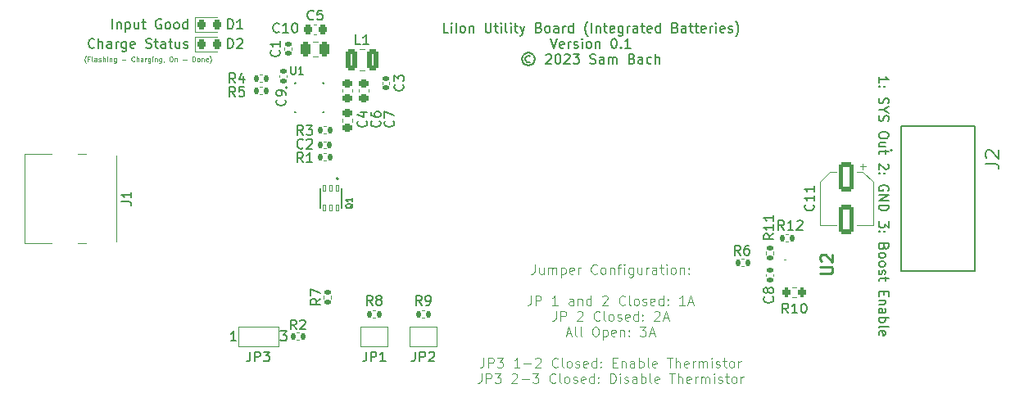
<source format=gto>
%TF.GenerationSoftware,KiCad,Pcbnew,(6.0.7-1)-1*%
%TF.CreationDate,2023-01-10T14:36:04-05:00*%
%TF.ProjectId,LiIonUtilityBoard,4c69496f-6e55-4746-996c-697479426f61,rev?*%
%TF.SameCoordinates,Original*%
%TF.FileFunction,Legend,Top*%
%TF.FilePolarity,Positive*%
%FSLAX46Y46*%
G04 Gerber Fmt 4.6, Leading zero omitted, Abs format (unit mm)*
G04 Created by KiCad (PCBNEW (6.0.7-1)-1) date 2023-01-10 14:36:04*
%MOMM*%
%LPD*%
G01*
G04 APERTURE LIST*
G04 Aperture macros list*
%AMRoundRect*
0 Rectangle with rounded corners*
0 $1 Rounding radius*
0 $2 $3 $4 $5 $6 $7 $8 $9 X,Y pos of 4 corners*
0 Add a 4 corners polygon primitive as box body*
4,1,4,$2,$3,$4,$5,$6,$7,$8,$9,$2,$3,0*
0 Add four circle primitives for the rounded corners*
1,1,$1+$1,$2,$3*
1,1,$1+$1,$4,$5*
1,1,$1+$1,$6,$7*
1,1,$1+$1,$8,$9*
0 Add four rect primitives between the rounded corners*
20,1,$1+$1,$2,$3,$4,$5,0*
20,1,$1+$1,$4,$5,$6,$7,0*
20,1,$1+$1,$6,$7,$8,$9,0*
20,1,$1+$1,$8,$9,$2,$3,0*%
G04 Aperture macros list end*
%ADD10C,0.150000*%
%ADD11C,0.125000*%
%ADD12C,0.254000*%
%ADD13C,0.120000*%
%ADD14C,0.100000*%
%ADD15C,0.127000*%
%ADD16C,0.160000*%
%ADD17C,0.200000*%
%ADD18C,0.010000*%
%ADD19RoundRect,0.250000X-0.550000X1.250000X-0.550000X-1.250000X0.550000X-1.250000X0.550000X1.250000X0*%
%ADD20RoundRect,0.218750X-0.218750X-0.256250X0.218750X-0.256250X0.218750X0.256250X-0.218750X0.256250X0*%
%ADD21R,0.580000X0.300000*%
%ADD22R,0.580000X0.250000*%
%ADD23R,0.350000X0.630000*%
%ADD24RoundRect,0.140000X0.140000X0.170000X-0.140000X0.170000X-0.140000X-0.170000X0.140000X-0.170000X0*%
%ADD25RoundRect,0.135000X-0.135000X-0.185000X0.135000X-0.185000X0.135000X0.185000X-0.135000X0.185000X0*%
%ADD26RoundRect,0.225000X0.250000X-0.225000X0.250000X0.225000X-0.250000X0.225000X-0.250000X-0.225000X0*%
%ADD27R,1.000000X1.500000*%
%ADD28RoundRect,0.225000X-0.225000X-0.250000X0.225000X-0.250000X0.225000X0.250000X-0.225000X0.250000X0*%
%ADD29RoundRect,0.225000X-0.250000X0.225000X-0.250000X-0.225000X0.250000X-0.225000X0.250000X0.225000X0*%
%ADD30RoundRect,0.250000X0.375000X0.850000X-0.375000X0.850000X-0.375000X-0.850000X0.375000X-0.850000X0*%
%ADD31RoundRect,0.135000X0.135000X0.185000X-0.135000X0.185000X-0.135000X-0.185000X0.135000X-0.185000X0*%
%ADD32RoundRect,0.250000X-0.250000X-0.475000X0.250000X-0.475000X0.250000X0.475000X-0.250000X0.475000X0*%
%ADD33RoundRect,0.140000X-0.170000X0.140000X-0.170000X-0.140000X0.170000X-0.140000X0.170000X0.140000X0*%
%ADD34RoundRect,0.135000X0.185000X-0.135000X0.185000X0.135000X-0.185000X0.135000X-0.185000X-0.135000X0*%
%ADD35C,0.700000*%
%ADD36O,2.400000X0.900000*%
%ADD37O,1.700000X0.900000*%
%ADD38RoundRect,0.200000X-0.200000X-0.275000X0.200000X-0.275000X0.200000X0.275000X-0.200000X0.275000X0*%
%ADD39R,1.950000X1.950000*%
%ADD40C,1.950000*%
%ADD41RoundRect,0.012800X-0.147200X0.332200X-0.147200X-0.332200X0.147200X-0.332200X0.147200X0.332200X0*%
%ADD42RoundRect,0.012800X0.147200X-0.332200X0.147200X0.332200X-0.147200X0.332200X-0.147200X-0.332200X0*%
%ADD43R,0.670000X1.000000*%
%ADD44C,3.100000*%
%ADD45R,3.000000X3.000000*%
%ADD46C,3.000000*%
%ADD47R,1.700000X1.700000*%
%ADD48O,1.700000X1.700000*%
G04 APERTURE END LIST*
D10*
X90476190Y-50357142D02*
X90428571Y-50404761D01*
X90285714Y-50452380D01*
X90190476Y-50452380D01*
X90047619Y-50404761D01*
X89952380Y-50309523D01*
X89904761Y-50214285D01*
X89857142Y-50023809D01*
X89857142Y-49880952D01*
X89904761Y-49690476D01*
X89952380Y-49595238D01*
X90047619Y-49500000D01*
X90190476Y-49452380D01*
X90285714Y-49452380D01*
X90428571Y-49500000D01*
X90476190Y-49547619D01*
X90904761Y-50452380D02*
X90904761Y-49452380D01*
X91333333Y-50452380D02*
X91333333Y-49928571D01*
X91285714Y-49833333D01*
X91190476Y-49785714D01*
X91047619Y-49785714D01*
X90952380Y-49833333D01*
X90904761Y-49880952D01*
X92238095Y-50452380D02*
X92238095Y-49928571D01*
X92190476Y-49833333D01*
X92095238Y-49785714D01*
X91904761Y-49785714D01*
X91809523Y-49833333D01*
X92238095Y-50404761D02*
X92142857Y-50452380D01*
X91904761Y-50452380D01*
X91809523Y-50404761D01*
X91761904Y-50309523D01*
X91761904Y-50214285D01*
X91809523Y-50119047D01*
X91904761Y-50071428D01*
X92142857Y-50071428D01*
X92238095Y-50023809D01*
X92714285Y-50452380D02*
X92714285Y-49785714D01*
X92714285Y-49976190D02*
X92761904Y-49880952D01*
X92809523Y-49833333D01*
X92904761Y-49785714D01*
X93000000Y-49785714D01*
X93761904Y-49785714D02*
X93761904Y-50595238D01*
X93714285Y-50690476D01*
X93666666Y-50738095D01*
X93571428Y-50785714D01*
X93428571Y-50785714D01*
X93333333Y-50738095D01*
X93761904Y-50404761D02*
X93666666Y-50452380D01*
X93476190Y-50452380D01*
X93380952Y-50404761D01*
X93333333Y-50357142D01*
X93285714Y-50261904D01*
X93285714Y-49976190D01*
X93333333Y-49880952D01*
X93380952Y-49833333D01*
X93476190Y-49785714D01*
X93666666Y-49785714D01*
X93761904Y-49833333D01*
X94619047Y-50404761D02*
X94523809Y-50452380D01*
X94333333Y-50452380D01*
X94238095Y-50404761D01*
X94190476Y-50309523D01*
X94190476Y-49928571D01*
X94238095Y-49833333D01*
X94333333Y-49785714D01*
X94523809Y-49785714D01*
X94619047Y-49833333D01*
X94666666Y-49928571D01*
X94666666Y-50023809D01*
X94190476Y-50119047D01*
X95809523Y-50404761D02*
X95952380Y-50452380D01*
X96190476Y-50452380D01*
X96285714Y-50404761D01*
X96333333Y-50357142D01*
X96380952Y-50261904D01*
X96380952Y-50166666D01*
X96333333Y-50071428D01*
X96285714Y-50023809D01*
X96190476Y-49976190D01*
X96000000Y-49928571D01*
X95904761Y-49880952D01*
X95857142Y-49833333D01*
X95809523Y-49738095D01*
X95809523Y-49642857D01*
X95857142Y-49547619D01*
X95904761Y-49500000D01*
X96000000Y-49452380D01*
X96238095Y-49452380D01*
X96380952Y-49500000D01*
X96666666Y-49785714D02*
X97047619Y-49785714D01*
X96809523Y-49452380D02*
X96809523Y-50309523D01*
X96857142Y-50404761D01*
X96952380Y-50452380D01*
X97047619Y-50452380D01*
X97809523Y-50452380D02*
X97809523Y-49928571D01*
X97761904Y-49833333D01*
X97666666Y-49785714D01*
X97476190Y-49785714D01*
X97380952Y-49833333D01*
X97809523Y-50404761D02*
X97714285Y-50452380D01*
X97476190Y-50452380D01*
X97380952Y-50404761D01*
X97333333Y-50309523D01*
X97333333Y-50214285D01*
X97380952Y-50119047D01*
X97476190Y-50071428D01*
X97714285Y-50071428D01*
X97809523Y-50023809D01*
X98142857Y-49785714D02*
X98523809Y-49785714D01*
X98285714Y-49452380D02*
X98285714Y-50309523D01*
X98333333Y-50404761D01*
X98428571Y-50452380D01*
X98523809Y-50452380D01*
X99285714Y-49785714D02*
X99285714Y-50452380D01*
X98857142Y-49785714D02*
X98857142Y-50309523D01*
X98904761Y-50404761D01*
X99000000Y-50452380D01*
X99142857Y-50452380D01*
X99238095Y-50404761D01*
X99285714Y-50357142D01*
X99714285Y-50404761D02*
X99809523Y-50452380D01*
X100000000Y-50452380D01*
X100095238Y-50404761D01*
X100142857Y-50309523D01*
X100142857Y-50261904D01*
X100095238Y-50166666D01*
X100000000Y-50119047D01*
X99857142Y-50119047D01*
X99761904Y-50071428D01*
X99714285Y-49976190D01*
X99714285Y-49928571D01*
X99761904Y-49833333D01*
X99857142Y-49785714D01*
X100000000Y-49785714D01*
X100095238Y-49833333D01*
D11*
X89607142Y-52016666D02*
X89583333Y-51992857D01*
X89535714Y-51921428D01*
X89511904Y-51873809D01*
X89488095Y-51802380D01*
X89464285Y-51683333D01*
X89464285Y-51588095D01*
X89488095Y-51469047D01*
X89511904Y-51397619D01*
X89535714Y-51350000D01*
X89583333Y-51278571D01*
X89607142Y-51254761D01*
X89964285Y-51564285D02*
X89797619Y-51564285D01*
X89797619Y-51826190D02*
X89797619Y-51326190D01*
X90035714Y-51326190D01*
X90297619Y-51826190D02*
X90250000Y-51802380D01*
X90226190Y-51754761D01*
X90226190Y-51326190D01*
X90702380Y-51826190D02*
X90702380Y-51564285D01*
X90678571Y-51516666D01*
X90630952Y-51492857D01*
X90535714Y-51492857D01*
X90488095Y-51516666D01*
X90702380Y-51802380D02*
X90654761Y-51826190D01*
X90535714Y-51826190D01*
X90488095Y-51802380D01*
X90464285Y-51754761D01*
X90464285Y-51707142D01*
X90488095Y-51659523D01*
X90535714Y-51635714D01*
X90654761Y-51635714D01*
X90702380Y-51611904D01*
X90916666Y-51802380D02*
X90964285Y-51826190D01*
X91059523Y-51826190D01*
X91107142Y-51802380D01*
X91130952Y-51754761D01*
X91130952Y-51730952D01*
X91107142Y-51683333D01*
X91059523Y-51659523D01*
X90988095Y-51659523D01*
X90940476Y-51635714D01*
X90916666Y-51588095D01*
X90916666Y-51564285D01*
X90940476Y-51516666D01*
X90988095Y-51492857D01*
X91059523Y-51492857D01*
X91107142Y-51516666D01*
X91345238Y-51826190D02*
X91345238Y-51326190D01*
X91559523Y-51826190D02*
X91559523Y-51564285D01*
X91535714Y-51516666D01*
X91488095Y-51492857D01*
X91416666Y-51492857D01*
X91369047Y-51516666D01*
X91345238Y-51540476D01*
X91797619Y-51826190D02*
X91797619Y-51492857D01*
X91797619Y-51326190D02*
X91773809Y-51350000D01*
X91797619Y-51373809D01*
X91821428Y-51350000D01*
X91797619Y-51326190D01*
X91797619Y-51373809D01*
X92035714Y-51492857D02*
X92035714Y-51826190D01*
X92035714Y-51540476D02*
X92059523Y-51516666D01*
X92107142Y-51492857D01*
X92178571Y-51492857D01*
X92226190Y-51516666D01*
X92250000Y-51564285D01*
X92250000Y-51826190D01*
X92702380Y-51492857D02*
X92702380Y-51897619D01*
X92678571Y-51945238D01*
X92654761Y-51969047D01*
X92607142Y-51992857D01*
X92535714Y-51992857D01*
X92488095Y-51969047D01*
X92702380Y-51802380D02*
X92654761Y-51826190D01*
X92559523Y-51826190D01*
X92511904Y-51802380D01*
X92488095Y-51778571D01*
X92464285Y-51730952D01*
X92464285Y-51588095D01*
X92488095Y-51540476D01*
X92511904Y-51516666D01*
X92559523Y-51492857D01*
X92654761Y-51492857D01*
X92702380Y-51516666D01*
X93321428Y-51635714D02*
X93702380Y-51635714D01*
X94607142Y-51778571D02*
X94583333Y-51802380D01*
X94511904Y-51826190D01*
X94464285Y-51826190D01*
X94392857Y-51802380D01*
X94345238Y-51754761D01*
X94321428Y-51707142D01*
X94297619Y-51611904D01*
X94297619Y-51540476D01*
X94321428Y-51445238D01*
X94345238Y-51397619D01*
X94392857Y-51350000D01*
X94464285Y-51326190D01*
X94511904Y-51326190D01*
X94583333Y-51350000D01*
X94607142Y-51373809D01*
X94821428Y-51826190D02*
X94821428Y-51326190D01*
X95035714Y-51826190D02*
X95035714Y-51564285D01*
X95011904Y-51516666D01*
X94964285Y-51492857D01*
X94892857Y-51492857D01*
X94845238Y-51516666D01*
X94821428Y-51540476D01*
X95488095Y-51826190D02*
X95488095Y-51564285D01*
X95464285Y-51516666D01*
X95416666Y-51492857D01*
X95321428Y-51492857D01*
X95273809Y-51516666D01*
X95488095Y-51802380D02*
X95440476Y-51826190D01*
X95321428Y-51826190D01*
X95273809Y-51802380D01*
X95250000Y-51754761D01*
X95250000Y-51707142D01*
X95273809Y-51659523D01*
X95321428Y-51635714D01*
X95440476Y-51635714D01*
X95488095Y-51611904D01*
X95726190Y-51826190D02*
X95726190Y-51492857D01*
X95726190Y-51588095D02*
X95750000Y-51540476D01*
X95773809Y-51516666D01*
X95821428Y-51492857D01*
X95869047Y-51492857D01*
X96250000Y-51492857D02*
X96250000Y-51897619D01*
X96226190Y-51945238D01*
X96202380Y-51969047D01*
X96154761Y-51992857D01*
X96083333Y-51992857D01*
X96035714Y-51969047D01*
X96250000Y-51802380D02*
X96202380Y-51826190D01*
X96107142Y-51826190D01*
X96059523Y-51802380D01*
X96035714Y-51778571D01*
X96011904Y-51730952D01*
X96011904Y-51588095D01*
X96035714Y-51540476D01*
X96059523Y-51516666D01*
X96107142Y-51492857D01*
X96202380Y-51492857D01*
X96250000Y-51516666D01*
X96488095Y-51826190D02*
X96488095Y-51492857D01*
X96488095Y-51326190D02*
X96464285Y-51350000D01*
X96488095Y-51373809D01*
X96511904Y-51350000D01*
X96488095Y-51326190D01*
X96488095Y-51373809D01*
X96726190Y-51492857D02*
X96726190Y-51826190D01*
X96726190Y-51540476D02*
X96750000Y-51516666D01*
X96797619Y-51492857D01*
X96869047Y-51492857D01*
X96916666Y-51516666D01*
X96940476Y-51564285D01*
X96940476Y-51826190D01*
X97392857Y-51492857D02*
X97392857Y-51897619D01*
X97369047Y-51945238D01*
X97345238Y-51969047D01*
X97297619Y-51992857D01*
X97226190Y-51992857D01*
X97178571Y-51969047D01*
X97392857Y-51802380D02*
X97345238Y-51826190D01*
X97250000Y-51826190D01*
X97202380Y-51802380D01*
X97178571Y-51778571D01*
X97154761Y-51730952D01*
X97154761Y-51588095D01*
X97178571Y-51540476D01*
X97202380Y-51516666D01*
X97250000Y-51492857D01*
X97345238Y-51492857D01*
X97392857Y-51516666D01*
X97654761Y-51802380D02*
X97654761Y-51826190D01*
X97630952Y-51873809D01*
X97607142Y-51897619D01*
X98345238Y-51326190D02*
X98440476Y-51326190D01*
X98488095Y-51350000D01*
X98535714Y-51397619D01*
X98559523Y-51492857D01*
X98559523Y-51659523D01*
X98535714Y-51754761D01*
X98488095Y-51802380D01*
X98440476Y-51826190D01*
X98345238Y-51826190D01*
X98297619Y-51802380D01*
X98250000Y-51754761D01*
X98226190Y-51659523D01*
X98226190Y-51492857D01*
X98250000Y-51397619D01*
X98297619Y-51350000D01*
X98345238Y-51326190D01*
X98773809Y-51492857D02*
X98773809Y-51826190D01*
X98773809Y-51540476D02*
X98797619Y-51516666D01*
X98845238Y-51492857D01*
X98916666Y-51492857D01*
X98964285Y-51516666D01*
X98988095Y-51564285D01*
X98988095Y-51826190D01*
X99607142Y-51635714D02*
X99988095Y-51635714D01*
X100607142Y-51826190D02*
X100607142Y-51326190D01*
X100726190Y-51326190D01*
X100797619Y-51350000D01*
X100845238Y-51397619D01*
X100869047Y-51445238D01*
X100892857Y-51540476D01*
X100892857Y-51611904D01*
X100869047Y-51707142D01*
X100845238Y-51754761D01*
X100797619Y-51802380D01*
X100726190Y-51826190D01*
X100607142Y-51826190D01*
X101178571Y-51826190D02*
X101130952Y-51802380D01*
X101107142Y-51778571D01*
X101083333Y-51730952D01*
X101083333Y-51588095D01*
X101107142Y-51540476D01*
X101130952Y-51516666D01*
X101178571Y-51492857D01*
X101250000Y-51492857D01*
X101297619Y-51516666D01*
X101321428Y-51540476D01*
X101345238Y-51588095D01*
X101345238Y-51730952D01*
X101321428Y-51778571D01*
X101297619Y-51802380D01*
X101250000Y-51826190D01*
X101178571Y-51826190D01*
X101559523Y-51492857D02*
X101559523Y-51826190D01*
X101559523Y-51540476D02*
X101583333Y-51516666D01*
X101630952Y-51492857D01*
X101702380Y-51492857D01*
X101750000Y-51516666D01*
X101773809Y-51564285D01*
X101773809Y-51826190D01*
X102202380Y-51802380D02*
X102154761Y-51826190D01*
X102059523Y-51826190D01*
X102011904Y-51802380D01*
X101988095Y-51754761D01*
X101988095Y-51564285D01*
X102011904Y-51516666D01*
X102059523Y-51492857D01*
X102154761Y-51492857D01*
X102202380Y-51516666D01*
X102226190Y-51564285D01*
X102226190Y-51611904D01*
X101988095Y-51659523D01*
X102392857Y-52016666D02*
X102416666Y-51992857D01*
X102464285Y-51921428D01*
X102488095Y-51873809D01*
X102511904Y-51802380D01*
X102535714Y-51683333D01*
X102535714Y-51588095D01*
X102511904Y-51469047D01*
X102488095Y-51397619D01*
X102464285Y-51350000D01*
X102416666Y-51278571D01*
X102392857Y-51254761D01*
D10*
X92319047Y-48452380D02*
X92319047Y-47452380D01*
X92795238Y-47785714D02*
X92795238Y-48452380D01*
X92795238Y-47880952D02*
X92842857Y-47833333D01*
X92938095Y-47785714D01*
X93080952Y-47785714D01*
X93176190Y-47833333D01*
X93223809Y-47928571D01*
X93223809Y-48452380D01*
X93700000Y-47785714D02*
X93700000Y-48785714D01*
X93700000Y-47833333D02*
X93795238Y-47785714D01*
X93985714Y-47785714D01*
X94080952Y-47833333D01*
X94128571Y-47880952D01*
X94176190Y-47976190D01*
X94176190Y-48261904D01*
X94128571Y-48357142D01*
X94080952Y-48404761D01*
X93985714Y-48452380D01*
X93795238Y-48452380D01*
X93700000Y-48404761D01*
X95033333Y-47785714D02*
X95033333Y-48452380D01*
X94604761Y-47785714D02*
X94604761Y-48309523D01*
X94652380Y-48404761D01*
X94747619Y-48452380D01*
X94890476Y-48452380D01*
X94985714Y-48404761D01*
X95033333Y-48357142D01*
X95366666Y-47785714D02*
X95747619Y-47785714D01*
X95509523Y-47452380D02*
X95509523Y-48309523D01*
X95557142Y-48404761D01*
X95652380Y-48452380D01*
X95747619Y-48452380D01*
X97366666Y-47500000D02*
X97271428Y-47452380D01*
X97128571Y-47452380D01*
X96985714Y-47500000D01*
X96890476Y-47595238D01*
X96842857Y-47690476D01*
X96795238Y-47880952D01*
X96795238Y-48023809D01*
X96842857Y-48214285D01*
X96890476Y-48309523D01*
X96985714Y-48404761D01*
X97128571Y-48452380D01*
X97223809Y-48452380D01*
X97366666Y-48404761D01*
X97414285Y-48357142D01*
X97414285Y-48023809D01*
X97223809Y-48023809D01*
X97985714Y-48452380D02*
X97890476Y-48404761D01*
X97842857Y-48357142D01*
X97795238Y-48261904D01*
X97795238Y-47976190D01*
X97842857Y-47880952D01*
X97890476Y-47833333D01*
X97985714Y-47785714D01*
X98128571Y-47785714D01*
X98223809Y-47833333D01*
X98271428Y-47880952D01*
X98319047Y-47976190D01*
X98319047Y-48261904D01*
X98271428Y-48357142D01*
X98223809Y-48404761D01*
X98128571Y-48452380D01*
X97985714Y-48452380D01*
X98890476Y-48452380D02*
X98795238Y-48404761D01*
X98747619Y-48357142D01*
X98700000Y-48261904D01*
X98700000Y-47976190D01*
X98747619Y-47880952D01*
X98795238Y-47833333D01*
X98890476Y-47785714D01*
X99033333Y-47785714D01*
X99128571Y-47833333D01*
X99176190Y-47880952D01*
X99223809Y-47976190D01*
X99223809Y-48261904D01*
X99176190Y-48357142D01*
X99128571Y-48404761D01*
X99033333Y-48452380D01*
X98890476Y-48452380D01*
X100080952Y-48452380D02*
X100080952Y-47452380D01*
X100080952Y-48404761D02*
X99985714Y-48452380D01*
X99795238Y-48452380D01*
X99700000Y-48404761D01*
X99652380Y-48357142D01*
X99604761Y-48261904D01*
X99604761Y-47976190D01*
X99652380Y-47880952D01*
X99700000Y-47833333D01*
X99795238Y-47785714D01*
X99985714Y-47785714D01*
X100080952Y-47833333D01*
X127038095Y-48842380D02*
X126561904Y-48842380D01*
X126561904Y-47842380D01*
X127371428Y-48842380D02*
X127371428Y-48175714D01*
X127371428Y-47842380D02*
X127323809Y-47890000D01*
X127371428Y-47937619D01*
X127419047Y-47890000D01*
X127371428Y-47842380D01*
X127371428Y-47937619D01*
X127847619Y-48842380D02*
X127847619Y-47842380D01*
X128466666Y-48842380D02*
X128371428Y-48794761D01*
X128323809Y-48747142D01*
X128276190Y-48651904D01*
X128276190Y-48366190D01*
X128323809Y-48270952D01*
X128371428Y-48223333D01*
X128466666Y-48175714D01*
X128609523Y-48175714D01*
X128704761Y-48223333D01*
X128752380Y-48270952D01*
X128800000Y-48366190D01*
X128800000Y-48651904D01*
X128752380Y-48747142D01*
X128704761Y-48794761D01*
X128609523Y-48842380D01*
X128466666Y-48842380D01*
X129228571Y-48175714D02*
X129228571Y-48842380D01*
X129228571Y-48270952D02*
X129276190Y-48223333D01*
X129371428Y-48175714D01*
X129514285Y-48175714D01*
X129609523Y-48223333D01*
X129657142Y-48318571D01*
X129657142Y-48842380D01*
X130895238Y-47842380D02*
X130895238Y-48651904D01*
X130942857Y-48747142D01*
X130990476Y-48794761D01*
X131085714Y-48842380D01*
X131276190Y-48842380D01*
X131371428Y-48794761D01*
X131419047Y-48747142D01*
X131466666Y-48651904D01*
X131466666Y-47842380D01*
X131800000Y-48175714D02*
X132180952Y-48175714D01*
X131942857Y-47842380D02*
X131942857Y-48699523D01*
X131990476Y-48794761D01*
X132085714Y-48842380D01*
X132180952Y-48842380D01*
X132514285Y-48842380D02*
X132514285Y-48175714D01*
X132514285Y-47842380D02*
X132466666Y-47890000D01*
X132514285Y-47937619D01*
X132561904Y-47890000D01*
X132514285Y-47842380D01*
X132514285Y-47937619D01*
X133133333Y-48842380D02*
X133038095Y-48794761D01*
X132990476Y-48699523D01*
X132990476Y-47842380D01*
X133514285Y-48842380D02*
X133514285Y-48175714D01*
X133514285Y-47842380D02*
X133466666Y-47890000D01*
X133514285Y-47937619D01*
X133561904Y-47890000D01*
X133514285Y-47842380D01*
X133514285Y-47937619D01*
X133847619Y-48175714D02*
X134228571Y-48175714D01*
X133990476Y-47842380D02*
X133990476Y-48699523D01*
X134038095Y-48794761D01*
X134133333Y-48842380D01*
X134228571Y-48842380D01*
X134466666Y-48175714D02*
X134704761Y-48842380D01*
X134942857Y-48175714D02*
X134704761Y-48842380D01*
X134609523Y-49080476D01*
X134561904Y-49128095D01*
X134466666Y-49175714D01*
X136419047Y-48318571D02*
X136561904Y-48366190D01*
X136609523Y-48413809D01*
X136657142Y-48509047D01*
X136657142Y-48651904D01*
X136609523Y-48747142D01*
X136561904Y-48794761D01*
X136466666Y-48842380D01*
X136085714Y-48842380D01*
X136085714Y-47842380D01*
X136419047Y-47842380D01*
X136514285Y-47890000D01*
X136561904Y-47937619D01*
X136609523Y-48032857D01*
X136609523Y-48128095D01*
X136561904Y-48223333D01*
X136514285Y-48270952D01*
X136419047Y-48318571D01*
X136085714Y-48318571D01*
X137228571Y-48842380D02*
X137133333Y-48794761D01*
X137085714Y-48747142D01*
X137038095Y-48651904D01*
X137038095Y-48366190D01*
X137085714Y-48270952D01*
X137133333Y-48223333D01*
X137228571Y-48175714D01*
X137371428Y-48175714D01*
X137466666Y-48223333D01*
X137514285Y-48270952D01*
X137561904Y-48366190D01*
X137561904Y-48651904D01*
X137514285Y-48747142D01*
X137466666Y-48794761D01*
X137371428Y-48842380D01*
X137228571Y-48842380D01*
X138419047Y-48842380D02*
X138419047Y-48318571D01*
X138371428Y-48223333D01*
X138276190Y-48175714D01*
X138085714Y-48175714D01*
X137990476Y-48223333D01*
X138419047Y-48794761D02*
X138323809Y-48842380D01*
X138085714Y-48842380D01*
X137990476Y-48794761D01*
X137942857Y-48699523D01*
X137942857Y-48604285D01*
X137990476Y-48509047D01*
X138085714Y-48461428D01*
X138323809Y-48461428D01*
X138419047Y-48413809D01*
X138895238Y-48842380D02*
X138895238Y-48175714D01*
X138895238Y-48366190D02*
X138942857Y-48270952D01*
X138990476Y-48223333D01*
X139085714Y-48175714D01*
X139180952Y-48175714D01*
X139942857Y-48842380D02*
X139942857Y-47842380D01*
X139942857Y-48794761D02*
X139847619Y-48842380D01*
X139657142Y-48842380D01*
X139561904Y-48794761D01*
X139514285Y-48747142D01*
X139466666Y-48651904D01*
X139466666Y-48366190D01*
X139514285Y-48270952D01*
X139561904Y-48223333D01*
X139657142Y-48175714D01*
X139847619Y-48175714D01*
X139942857Y-48223333D01*
X141466666Y-49223333D02*
X141419047Y-49175714D01*
X141323809Y-49032857D01*
X141276190Y-48937619D01*
X141228571Y-48794761D01*
X141180952Y-48556666D01*
X141180952Y-48366190D01*
X141228571Y-48128095D01*
X141276190Y-47985238D01*
X141323809Y-47890000D01*
X141419047Y-47747142D01*
X141466666Y-47699523D01*
X141847619Y-48842380D02*
X141847619Y-47842380D01*
X142323809Y-48175714D02*
X142323809Y-48842380D01*
X142323809Y-48270952D02*
X142371428Y-48223333D01*
X142466666Y-48175714D01*
X142609523Y-48175714D01*
X142704761Y-48223333D01*
X142752380Y-48318571D01*
X142752380Y-48842380D01*
X143085714Y-48175714D02*
X143466666Y-48175714D01*
X143228571Y-47842380D02*
X143228571Y-48699523D01*
X143276190Y-48794761D01*
X143371428Y-48842380D01*
X143466666Y-48842380D01*
X144180952Y-48794761D02*
X144085714Y-48842380D01*
X143895238Y-48842380D01*
X143800000Y-48794761D01*
X143752380Y-48699523D01*
X143752380Y-48318571D01*
X143800000Y-48223333D01*
X143895238Y-48175714D01*
X144085714Y-48175714D01*
X144180952Y-48223333D01*
X144228571Y-48318571D01*
X144228571Y-48413809D01*
X143752380Y-48509047D01*
X145085714Y-48175714D02*
X145085714Y-48985238D01*
X145038095Y-49080476D01*
X144990476Y-49128095D01*
X144895238Y-49175714D01*
X144752380Y-49175714D01*
X144657142Y-49128095D01*
X145085714Y-48794761D02*
X144990476Y-48842380D01*
X144800000Y-48842380D01*
X144704761Y-48794761D01*
X144657142Y-48747142D01*
X144609523Y-48651904D01*
X144609523Y-48366190D01*
X144657142Y-48270952D01*
X144704761Y-48223333D01*
X144800000Y-48175714D01*
X144990476Y-48175714D01*
X145085714Y-48223333D01*
X145561904Y-48842380D02*
X145561904Y-48175714D01*
X145561904Y-48366190D02*
X145609523Y-48270952D01*
X145657142Y-48223333D01*
X145752380Y-48175714D01*
X145847619Y-48175714D01*
X146609523Y-48842380D02*
X146609523Y-48318571D01*
X146561904Y-48223333D01*
X146466666Y-48175714D01*
X146276190Y-48175714D01*
X146180952Y-48223333D01*
X146609523Y-48794761D02*
X146514285Y-48842380D01*
X146276190Y-48842380D01*
X146180952Y-48794761D01*
X146133333Y-48699523D01*
X146133333Y-48604285D01*
X146180952Y-48509047D01*
X146276190Y-48461428D01*
X146514285Y-48461428D01*
X146609523Y-48413809D01*
X146942857Y-48175714D02*
X147323809Y-48175714D01*
X147085714Y-47842380D02*
X147085714Y-48699523D01*
X147133333Y-48794761D01*
X147228571Y-48842380D01*
X147323809Y-48842380D01*
X148038095Y-48794761D02*
X147942857Y-48842380D01*
X147752380Y-48842380D01*
X147657142Y-48794761D01*
X147609523Y-48699523D01*
X147609523Y-48318571D01*
X147657142Y-48223333D01*
X147752380Y-48175714D01*
X147942857Y-48175714D01*
X148038095Y-48223333D01*
X148085714Y-48318571D01*
X148085714Y-48413809D01*
X147609523Y-48509047D01*
X148942857Y-48842380D02*
X148942857Y-47842380D01*
X148942857Y-48794761D02*
X148847619Y-48842380D01*
X148657142Y-48842380D01*
X148561904Y-48794761D01*
X148514285Y-48747142D01*
X148466666Y-48651904D01*
X148466666Y-48366190D01*
X148514285Y-48270952D01*
X148561904Y-48223333D01*
X148657142Y-48175714D01*
X148847619Y-48175714D01*
X148942857Y-48223333D01*
X150514285Y-48318571D02*
X150657142Y-48366190D01*
X150704761Y-48413809D01*
X150752380Y-48509047D01*
X150752380Y-48651904D01*
X150704761Y-48747142D01*
X150657142Y-48794761D01*
X150561904Y-48842380D01*
X150180952Y-48842380D01*
X150180952Y-47842380D01*
X150514285Y-47842380D01*
X150609523Y-47890000D01*
X150657142Y-47937619D01*
X150704761Y-48032857D01*
X150704761Y-48128095D01*
X150657142Y-48223333D01*
X150609523Y-48270952D01*
X150514285Y-48318571D01*
X150180952Y-48318571D01*
X151609523Y-48842380D02*
X151609523Y-48318571D01*
X151561904Y-48223333D01*
X151466666Y-48175714D01*
X151276190Y-48175714D01*
X151180952Y-48223333D01*
X151609523Y-48794761D02*
X151514285Y-48842380D01*
X151276190Y-48842380D01*
X151180952Y-48794761D01*
X151133333Y-48699523D01*
X151133333Y-48604285D01*
X151180952Y-48509047D01*
X151276190Y-48461428D01*
X151514285Y-48461428D01*
X151609523Y-48413809D01*
X151942857Y-48175714D02*
X152323809Y-48175714D01*
X152085714Y-47842380D02*
X152085714Y-48699523D01*
X152133333Y-48794761D01*
X152228571Y-48842380D01*
X152323809Y-48842380D01*
X152514285Y-48175714D02*
X152895238Y-48175714D01*
X152657142Y-47842380D02*
X152657142Y-48699523D01*
X152704761Y-48794761D01*
X152800000Y-48842380D01*
X152895238Y-48842380D01*
X153609523Y-48794761D02*
X153514285Y-48842380D01*
X153323809Y-48842380D01*
X153228571Y-48794761D01*
X153180952Y-48699523D01*
X153180952Y-48318571D01*
X153228571Y-48223333D01*
X153323809Y-48175714D01*
X153514285Y-48175714D01*
X153609523Y-48223333D01*
X153657142Y-48318571D01*
X153657142Y-48413809D01*
X153180952Y-48509047D01*
X154085714Y-48842380D02*
X154085714Y-48175714D01*
X154085714Y-48366190D02*
X154133333Y-48270952D01*
X154180952Y-48223333D01*
X154276190Y-48175714D01*
X154371428Y-48175714D01*
X154704761Y-48842380D02*
X154704761Y-48175714D01*
X154704761Y-47842380D02*
X154657142Y-47890000D01*
X154704761Y-47937619D01*
X154752380Y-47890000D01*
X154704761Y-47842380D01*
X154704761Y-47937619D01*
X155561904Y-48794761D02*
X155466666Y-48842380D01*
X155276190Y-48842380D01*
X155180952Y-48794761D01*
X155133333Y-48699523D01*
X155133333Y-48318571D01*
X155180952Y-48223333D01*
X155276190Y-48175714D01*
X155466666Y-48175714D01*
X155561904Y-48223333D01*
X155609523Y-48318571D01*
X155609523Y-48413809D01*
X155133333Y-48509047D01*
X155990476Y-48794761D02*
X156085714Y-48842380D01*
X156276190Y-48842380D01*
X156371428Y-48794761D01*
X156419047Y-48699523D01*
X156419047Y-48651904D01*
X156371428Y-48556666D01*
X156276190Y-48509047D01*
X156133333Y-48509047D01*
X156038095Y-48461428D01*
X155990476Y-48366190D01*
X155990476Y-48318571D01*
X156038095Y-48223333D01*
X156133333Y-48175714D01*
X156276190Y-48175714D01*
X156371428Y-48223333D01*
X156752380Y-49223333D02*
X156800000Y-49175714D01*
X156895238Y-49032857D01*
X156942857Y-48937619D01*
X156990476Y-48794761D01*
X157038095Y-48556666D01*
X157038095Y-48366190D01*
X156990476Y-48128095D01*
X156942857Y-47985238D01*
X156895238Y-47890000D01*
X156800000Y-47747142D01*
X156752380Y-47699523D01*
X137609523Y-49452380D02*
X137942857Y-50452380D01*
X138276190Y-49452380D01*
X138990476Y-50404761D02*
X138895238Y-50452380D01*
X138704761Y-50452380D01*
X138609523Y-50404761D01*
X138561904Y-50309523D01*
X138561904Y-49928571D01*
X138609523Y-49833333D01*
X138704761Y-49785714D01*
X138895238Y-49785714D01*
X138990476Y-49833333D01*
X139038095Y-49928571D01*
X139038095Y-50023809D01*
X138561904Y-50119047D01*
X139466666Y-50452380D02*
X139466666Y-49785714D01*
X139466666Y-49976190D02*
X139514285Y-49880952D01*
X139561904Y-49833333D01*
X139657142Y-49785714D01*
X139752380Y-49785714D01*
X140038095Y-50404761D02*
X140133333Y-50452380D01*
X140323809Y-50452380D01*
X140419047Y-50404761D01*
X140466666Y-50309523D01*
X140466666Y-50261904D01*
X140419047Y-50166666D01*
X140323809Y-50119047D01*
X140180952Y-50119047D01*
X140085714Y-50071428D01*
X140038095Y-49976190D01*
X140038095Y-49928571D01*
X140085714Y-49833333D01*
X140180952Y-49785714D01*
X140323809Y-49785714D01*
X140419047Y-49833333D01*
X140895238Y-50452380D02*
X140895238Y-49785714D01*
X140895238Y-49452380D02*
X140847619Y-49500000D01*
X140895238Y-49547619D01*
X140942857Y-49500000D01*
X140895238Y-49452380D01*
X140895238Y-49547619D01*
X141514285Y-50452380D02*
X141419047Y-50404761D01*
X141371428Y-50357142D01*
X141323809Y-50261904D01*
X141323809Y-49976190D01*
X141371428Y-49880952D01*
X141419047Y-49833333D01*
X141514285Y-49785714D01*
X141657142Y-49785714D01*
X141752380Y-49833333D01*
X141800000Y-49880952D01*
X141847619Y-49976190D01*
X141847619Y-50261904D01*
X141800000Y-50357142D01*
X141752380Y-50404761D01*
X141657142Y-50452380D01*
X141514285Y-50452380D01*
X142276190Y-49785714D02*
X142276190Y-50452380D01*
X142276190Y-49880952D02*
X142323809Y-49833333D01*
X142419047Y-49785714D01*
X142561904Y-49785714D01*
X142657142Y-49833333D01*
X142704761Y-49928571D01*
X142704761Y-50452380D01*
X144133333Y-49452380D02*
X144228571Y-49452380D01*
X144323809Y-49500000D01*
X144371428Y-49547619D01*
X144419047Y-49642857D01*
X144466666Y-49833333D01*
X144466666Y-50071428D01*
X144419047Y-50261904D01*
X144371428Y-50357142D01*
X144323809Y-50404761D01*
X144228571Y-50452380D01*
X144133333Y-50452380D01*
X144038095Y-50404761D01*
X143990476Y-50357142D01*
X143942857Y-50261904D01*
X143895238Y-50071428D01*
X143895238Y-49833333D01*
X143942857Y-49642857D01*
X143990476Y-49547619D01*
X144038095Y-49500000D01*
X144133333Y-49452380D01*
X144895238Y-50357142D02*
X144942857Y-50404761D01*
X144895238Y-50452380D01*
X144847619Y-50404761D01*
X144895238Y-50357142D01*
X144895238Y-50452380D01*
X145895238Y-50452380D02*
X145323809Y-50452380D01*
X145609523Y-50452380D02*
X145609523Y-49452380D01*
X145514285Y-49595238D01*
X145419047Y-49690476D01*
X145323809Y-49738095D01*
X135514285Y-51300476D02*
X135419047Y-51252857D01*
X135228571Y-51252857D01*
X135133333Y-51300476D01*
X135038095Y-51395714D01*
X134990476Y-51490952D01*
X134990476Y-51681428D01*
X135038095Y-51776666D01*
X135133333Y-51871904D01*
X135228571Y-51919523D01*
X135419047Y-51919523D01*
X135514285Y-51871904D01*
X135323809Y-50919523D02*
X135085714Y-50967142D01*
X134847619Y-51110000D01*
X134704761Y-51348095D01*
X134657142Y-51586190D01*
X134704761Y-51824285D01*
X134847619Y-52062380D01*
X135085714Y-52205238D01*
X135323809Y-52252857D01*
X135561904Y-52205238D01*
X135800000Y-52062380D01*
X135942857Y-51824285D01*
X135990476Y-51586190D01*
X135942857Y-51348095D01*
X135800000Y-51110000D01*
X135561904Y-50967142D01*
X135323809Y-50919523D01*
X137133333Y-51157619D02*
X137180952Y-51110000D01*
X137276190Y-51062380D01*
X137514285Y-51062380D01*
X137609523Y-51110000D01*
X137657142Y-51157619D01*
X137704761Y-51252857D01*
X137704761Y-51348095D01*
X137657142Y-51490952D01*
X137085714Y-52062380D01*
X137704761Y-52062380D01*
X138323809Y-51062380D02*
X138419047Y-51062380D01*
X138514285Y-51110000D01*
X138561904Y-51157619D01*
X138609523Y-51252857D01*
X138657142Y-51443333D01*
X138657142Y-51681428D01*
X138609523Y-51871904D01*
X138561904Y-51967142D01*
X138514285Y-52014761D01*
X138419047Y-52062380D01*
X138323809Y-52062380D01*
X138228571Y-52014761D01*
X138180952Y-51967142D01*
X138133333Y-51871904D01*
X138085714Y-51681428D01*
X138085714Y-51443333D01*
X138133333Y-51252857D01*
X138180952Y-51157619D01*
X138228571Y-51110000D01*
X138323809Y-51062380D01*
X139038095Y-51157619D02*
X139085714Y-51110000D01*
X139180952Y-51062380D01*
X139419047Y-51062380D01*
X139514285Y-51110000D01*
X139561904Y-51157619D01*
X139609523Y-51252857D01*
X139609523Y-51348095D01*
X139561904Y-51490952D01*
X138990476Y-52062380D01*
X139609523Y-52062380D01*
X139942857Y-51062380D02*
X140561904Y-51062380D01*
X140228571Y-51443333D01*
X140371428Y-51443333D01*
X140466666Y-51490952D01*
X140514285Y-51538571D01*
X140561904Y-51633809D01*
X140561904Y-51871904D01*
X140514285Y-51967142D01*
X140466666Y-52014761D01*
X140371428Y-52062380D01*
X140085714Y-52062380D01*
X139990476Y-52014761D01*
X139942857Y-51967142D01*
X141704761Y-52014761D02*
X141847619Y-52062380D01*
X142085714Y-52062380D01*
X142180952Y-52014761D01*
X142228571Y-51967142D01*
X142276190Y-51871904D01*
X142276190Y-51776666D01*
X142228571Y-51681428D01*
X142180952Y-51633809D01*
X142085714Y-51586190D01*
X141895238Y-51538571D01*
X141800000Y-51490952D01*
X141752380Y-51443333D01*
X141704761Y-51348095D01*
X141704761Y-51252857D01*
X141752380Y-51157619D01*
X141800000Y-51110000D01*
X141895238Y-51062380D01*
X142133333Y-51062380D01*
X142276190Y-51110000D01*
X143133333Y-52062380D02*
X143133333Y-51538571D01*
X143085714Y-51443333D01*
X142990476Y-51395714D01*
X142800000Y-51395714D01*
X142704761Y-51443333D01*
X143133333Y-52014761D02*
X143038095Y-52062380D01*
X142800000Y-52062380D01*
X142704761Y-52014761D01*
X142657142Y-51919523D01*
X142657142Y-51824285D01*
X142704761Y-51729047D01*
X142800000Y-51681428D01*
X143038095Y-51681428D01*
X143133333Y-51633809D01*
X143609523Y-52062380D02*
X143609523Y-51395714D01*
X143609523Y-51490952D02*
X143657142Y-51443333D01*
X143752380Y-51395714D01*
X143895238Y-51395714D01*
X143990476Y-51443333D01*
X144038095Y-51538571D01*
X144038095Y-52062380D01*
X144038095Y-51538571D02*
X144085714Y-51443333D01*
X144180952Y-51395714D01*
X144323809Y-51395714D01*
X144419047Y-51443333D01*
X144466666Y-51538571D01*
X144466666Y-52062380D01*
X146038095Y-51538571D02*
X146180952Y-51586190D01*
X146228571Y-51633809D01*
X146276190Y-51729047D01*
X146276190Y-51871904D01*
X146228571Y-51967142D01*
X146180952Y-52014761D01*
X146085714Y-52062380D01*
X145704761Y-52062380D01*
X145704761Y-51062380D01*
X146038095Y-51062380D01*
X146133333Y-51110000D01*
X146180952Y-51157619D01*
X146228571Y-51252857D01*
X146228571Y-51348095D01*
X146180952Y-51443333D01*
X146133333Y-51490952D01*
X146038095Y-51538571D01*
X145704761Y-51538571D01*
X147133333Y-52062380D02*
X147133333Y-51538571D01*
X147085714Y-51443333D01*
X146990476Y-51395714D01*
X146800000Y-51395714D01*
X146704761Y-51443333D01*
X147133333Y-52014761D02*
X147038095Y-52062380D01*
X146800000Y-52062380D01*
X146704761Y-52014761D01*
X146657142Y-51919523D01*
X146657142Y-51824285D01*
X146704761Y-51729047D01*
X146800000Y-51681428D01*
X147038095Y-51681428D01*
X147133333Y-51633809D01*
X148038095Y-52014761D02*
X147942857Y-52062380D01*
X147752380Y-52062380D01*
X147657142Y-52014761D01*
X147609523Y-51967142D01*
X147561904Y-51871904D01*
X147561904Y-51586190D01*
X147609523Y-51490952D01*
X147657142Y-51443333D01*
X147752380Y-51395714D01*
X147942857Y-51395714D01*
X148038095Y-51443333D01*
X148466666Y-52062380D02*
X148466666Y-51062380D01*
X148895238Y-52062380D02*
X148895238Y-51538571D01*
X148847619Y-51443333D01*
X148752380Y-51395714D01*
X148609523Y-51395714D01*
X148514285Y-51443333D01*
X148466666Y-51490952D01*
X171547619Y-53990476D02*
X171547619Y-53419047D01*
X171547619Y-53704761D02*
X172547619Y-53704761D01*
X172404761Y-53609523D01*
X172309523Y-53514285D01*
X172261904Y-53419047D01*
X171642857Y-54419047D02*
X171595238Y-54466666D01*
X171547619Y-54419047D01*
X171595238Y-54371428D01*
X171642857Y-54419047D01*
X171547619Y-54419047D01*
X172166666Y-54419047D02*
X172119047Y-54466666D01*
X172071428Y-54419047D01*
X172119047Y-54371428D01*
X172166666Y-54419047D01*
X172071428Y-54419047D01*
X171595238Y-55609523D02*
X171547619Y-55752380D01*
X171547619Y-55990476D01*
X171595238Y-56085714D01*
X171642857Y-56133333D01*
X171738095Y-56180952D01*
X171833333Y-56180952D01*
X171928571Y-56133333D01*
X171976190Y-56085714D01*
X172023809Y-55990476D01*
X172071428Y-55800000D01*
X172119047Y-55704761D01*
X172166666Y-55657142D01*
X172261904Y-55609523D01*
X172357142Y-55609523D01*
X172452380Y-55657142D01*
X172500000Y-55704761D01*
X172547619Y-55800000D01*
X172547619Y-56038095D01*
X172500000Y-56180952D01*
X172023809Y-56800000D02*
X171547619Y-56800000D01*
X172547619Y-56466666D02*
X172023809Y-56800000D01*
X172547619Y-57133333D01*
X171595238Y-57419047D02*
X171547619Y-57561904D01*
X171547619Y-57800000D01*
X171595238Y-57895238D01*
X171642857Y-57942857D01*
X171738095Y-57990476D01*
X171833333Y-57990476D01*
X171928571Y-57942857D01*
X171976190Y-57895238D01*
X172023809Y-57800000D01*
X172071428Y-57609523D01*
X172119047Y-57514285D01*
X172166666Y-57466666D01*
X172261904Y-57419047D01*
X172357142Y-57419047D01*
X172452380Y-57466666D01*
X172500000Y-57514285D01*
X172547619Y-57609523D01*
X172547619Y-57847619D01*
X172500000Y-57990476D01*
X172547619Y-59371428D02*
X172547619Y-59561904D01*
X172500000Y-59657142D01*
X172404761Y-59752380D01*
X172214285Y-59800000D01*
X171880952Y-59800000D01*
X171690476Y-59752380D01*
X171595238Y-59657142D01*
X171547619Y-59561904D01*
X171547619Y-59371428D01*
X171595238Y-59276190D01*
X171690476Y-59180952D01*
X171880952Y-59133333D01*
X172214285Y-59133333D01*
X172404761Y-59180952D01*
X172500000Y-59276190D01*
X172547619Y-59371428D01*
X172214285Y-60657142D02*
X171547619Y-60657142D01*
X172214285Y-60228571D02*
X171690476Y-60228571D01*
X171595238Y-60276190D01*
X171547619Y-60371428D01*
X171547619Y-60514285D01*
X171595238Y-60609523D01*
X171642857Y-60657142D01*
X172214285Y-60990476D02*
X172214285Y-61371428D01*
X172547619Y-61133333D02*
X171690476Y-61133333D01*
X171595238Y-61180952D01*
X171547619Y-61276190D01*
X171547619Y-61371428D01*
X172452380Y-62419047D02*
X172500000Y-62466666D01*
X172547619Y-62561904D01*
X172547619Y-62800000D01*
X172500000Y-62895238D01*
X172452380Y-62942857D01*
X172357142Y-62990476D01*
X172261904Y-62990476D01*
X172119047Y-62942857D01*
X171547619Y-62371428D01*
X171547619Y-62990476D01*
X171642857Y-63419047D02*
X171595238Y-63466666D01*
X171547619Y-63419047D01*
X171595238Y-63371428D01*
X171642857Y-63419047D01*
X171547619Y-63419047D01*
X172166666Y-63419047D02*
X172119047Y-63466666D01*
X172071428Y-63419047D01*
X172119047Y-63371428D01*
X172166666Y-63419047D01*
X172071428Y-63419047D01*
X172500000Y-65180952D02*
X172547619Y-65085714D01*
X172547619Y-64942857D01*
X172500000Y-64800000D01*
X172404761Y-64704761D01*
X172309523Y-64657142D01*
X172119047Y-64609523D01*
X171976190Y-64609523D01*
X171785714Y-64657142D01*
X171690476Y-64704761D01*
X171595238Y-64800000D01*
X171547619Y-64942857D01*
X171547619Y-65038095D01*
X171595238Y-65180952D01*
X171642857Y-65228571D01*
X171976190Y-65228571D01*
X171976190Y-65038095D01*
X171547619Y-65657142D02*
X172547619Y-65657142D01*
X171547619Y-66228571D01*
X172547619Y-66228571D01*
X171547619Y-66704761D02*
X172547619Y-66704761D01*
X172547619Y-66942857D01*
X172500000Y-67085714D01*
X172404761Y-67180952D01*
X172309523Y-67228571D01*
X172119047Y-67276190D01*
X171976190Y-67276190D01*
X171785714Y-67228571D01*
X171690476Y-67180952D01*
X171595238Y-67085714D01*
X171547619Y-66942857D01*
X171547619Y-66704761D01*
X172547619Y-68371428D02*
X172547619Y-68990476D01*
X172166666Y-68657142D01*
X172166666Y-68800000D01*
X172119047Y-68895238D01*
X172071428Y-68942857D01*
X171976190Y-68990476D01*
X171738095Y-68990476D01*
X171642857Y-68942857D01*
X171595238Y-68895238D01*
X171547619Y-68800000D01*
X171547619Y-68514285D01*
X171595238Y-68419047D01*
X171642857Y-68371428D01*
X171642857Y-69419047D02*
X171595238Y-69466666D01*
X171547619Y-69419047D01*
X171595238Y-69371428D01*
X171642857Y-69419047D01*
X171547619Y-69419047D01*
X172166666Y-69419047D02*
X172119047Y-69466666D01*
X172071428Y-69419047D01*
X172119047Y-69371428D01*
X172166666Y-69419047D01*
X172071428Y-69419047D01*
X172071428Y-70990476D02*
X172023809Y-71133333D01*
X171976190Y-71180952D01*
X171880952Y-71228571D01*
X171738095Y-71228571D01*
X171642857Y-71180952D01*
X171595238Y-71133333D01*
X171547619Y-71038095D01*
X171547619Y-70657142D01*
X172547619Y-70657142D01*
X172547619Y-70990476D01*
X172500000Y-71085714D01*
X172452380Y-71133333D01*
X172357142Y-71180952D01*
X172261904Y-71180952D01*
X172166666Y-71133333D01*
X172119047Y-71085714D01*
X172071428Y-70990476D01*
X172071428Y-70657142D01*
X171547619Y-71800000D02*
X171595238Y-71704761D01*
X171642857Y-71657142D01*
X171738095Y-71609523D01*
X172023809Y-71609523D01*
X172119047Y-71657142D01*
X172166666Y-71704761D01*
X172214285Y-71800000D01*
X172214285Y-71942857D01*
X172166666Y-72038095D01*
X172119047Y-72085714D01*
X172023809Y-72133333D01*
X171738095Y-72133333D01*
X171642857Y-72085714D01*
X171595238Y-72038095D01*
X171547619Y-71942857D01*
X171547619Y-71800000D01*
X171547619Y-72704761D02*
X171595238Y-72609523D01*
X171642857Y-72561904D01*
X171738095Y-72514285D01*
X172023809Y-72514285D01*
X172119047Y-72561904D01*
X172166666Y-72609523D01*
X172214285Y-72704761D01*
X172214285Y-72847619D01*
X172166666Y-72942857D01*
X172119047Y-72990476D01*
X172023809Y-73038095D01*
X171738095Y-73038095D01*
X171642857Y-72990476D01*
X171595238Y-72942857D01*
X171547619Y-72847619D01*
X171547619Y-72704761D01*
X171595238Y-73419047D02*
X171547619Y-73514285D01*
X171547619Y-73704761D01*
X171595238Y-73800000D01*
X171690476Y-73847619D01*
X171738095Y-73847619D01*
X171833333Y-73800000D01*
X171880952Y-73704761D01*
X171880952Y-73561904D01*
X171928571Y-73466666D01*
X172023809Y-73419047D01*
X172071428Y-73419047D01*
X172166666Y-73466666D01*
X172214285Y-73561904D01*
X172214285Y-73704761D01*
X172166666Y-73800000D01*
X172214285Y-74133333D02*
X172214285Y-74514285D01*
X172547619Y-74276190D02*
X171690476Y-74276190D01*
X171595238Y-74323809D01*
X171547619Y-74419047D01*
X171547619Y-74514285D01*
X172071428Y-75609523D02*
X172071428Y-75942857D01*
X171547619Y-76085714D02*
X171547619Y-75609523D01*
X172547619Y-75609523D01*
X172547619Y-76085714D01*
X172214285Y-76514285D02*
X171547619Y-76514285D01*
X172119047Y-76514285D02*
X172166666Y-76561904D01*
X172214285Y-76657142D01*
X172214285Y-76800000D01*
X172166666Y-76895238D01*
X172071428Y-76942857D01*
X171547619Y-76942857D01*
X171547619Y-77847619D02*
X172071428Y-77847619D01*
X172166666Y-77800000D01*
X172214285Y-77704761D01*
X172214285Y-77514285D01*
X172166666Y-77419047D01*
X171595238Y-77847619D02*
X171547619Y-77752380D01*
X171547619Y-77514285D01*
X171595238Y-77419047D01*
X171690476Y-77371428D01*
X171785714Y-77371428D01*
X171880952Y-77419047D01*
X171928571Y-77514285D01*
X171928571Y-77752380D01*
X171976190Y-77847619D01*
X171547619Y-78323809D02*
X172547619Y-78323809D01*
X172166666Y-78323809D02*
X172214285Y-78419047D01*
X172214285Y-78609523D01*
X172166666Y-78704761D01*
X172119047Y-78752380D01*
X172023809Y-78800000D01*
X171738095Y-78800000D01*
X171642857Y-78752380D01*
X171595238Y-78704761D01*
X171547619Y-78609523D01*
X171547619Y-78419047D01*
X171595238Y-78323809D01*
X171547619Y-79371428D02*
X171595238Y-79276190D01*
X171690476Y-79228571D01*
X172547619Y-79228571D01*
X171595238Y-80133333D02*
X171547619Y-80038095D01*
X171547619Y-79847619D01*
X171595238Y-79752380D01*
X171690476Y-79704761D01*
X172071428Y-79704761D01*
X172166666Y-79752380D01*
X172214285Y-79847619D01*
X172214285Y-80038095D01*
X172166666Y-80133333D01*
X172071428Y-80180952D01*
X171976190Y-80180952D01*
X171880952Y-79704761D01*
D11*
X135990476Y-72817380D02*
X135990476Y-73531666D01*
X135942857Y-73674523D01*
X135847619Y-73769761D01*
X135704761Y-73817380D01*
X135609523Y-73817380D01*
X136895238Y-73150714D02*
X136895238Y-73817380D01*
X136466666Y-73150714D02*
X136466666Y-73674523D01*
X136514285Y-73769761D01*
X136609523Y-73817380D01*
X136752380Y-73817380D01*
X136847619Y-73769761D01*
X136895238Y-73722142D01*
X137371428Y-73817380D02*
X137371428Y-73150714D01*
X137371428Y-73245952D02*
X137419047Y-73198333D01*
X137514285Y-73150714D01*
X137657142Y-73150714D01*
X137752380Y-73198333D01*
X137800000Y-73293571D01*
X137800000Y-73817380D01*
X137800000Y-73293571D02*
X137847619Y-73198333D01*
X137942857Y-73150714D01*
X138085714Y-73150714D01*
X138180952Y-73198333D01*
X138228571Y-73293571D01*
X138228571Y-73817380D01*
X138704761Y-73150714D02*
X138704761Y-74150714D01*
X138704761Y-73198333D02*
X138800000Y-73150714D01*
X138990476Y-73150714D01*
X139085714Y-73198333D01*
X139133333Y-73245952D01*
X139180952Y-73341190D01*
X139180952Y-73626904D01*
X139133333Y-73722142D01*
X139085714Y-73769761D01*
X138990476Y-73817380D01*
X138800000Y-73817380D01*
X138704761Y-73769761D01*
X139990476Y-73769761D02*
X139895238Y-73817380D01*
X139704761Y-73817380D01*
X139609523Y-73769761D01*
X139561904Y-73674523D01*
X139561904Y-73293571D01*
X139609523Y-73198333D01*
X139704761Y-73150714D01*
X139895238Y-73150714D01*
X139990476Y-73198333D01*
X140038095Y-73293571D01*
X140038095Y-73388809D01*
X139561904Y-73484047D01*
X140466666Y-73817380D02*
X140466666Y-73150714D01*
X140466666Y-73341190D02*
X140514285Y-73245952D01*
X140561904Y-73198333D01*
X140657142Y-73150714D01*
X140752380Y-73150714D01*
X142419047Y-73722142D02*
X142371428Y-73769761D01*
X142228571Y-73817380D01*
X142133333Y-73817380D01*
X141990476Y-73769761D01*
X141895238Y-73674523D01*
X141847619Y-73579285D01*
X141800000Y-73388809D01*
X141800000Y-73245952D01*
X141847619Y-73055476D01*
X141895238Y-72960238D01*
X141990476Y-72865000D01*
X142133333Y-72817380D01*
X142228571Y-72817380D01*
X142371428Y-72865000D01*
X142419047Y-72912619D01*
X142990476Y-73817380D02*
X142895238Y-73769761D01*
X142847619Y-73722142D01*
X142800000Y-73626904D01*
X142800000Y-73341190D01*
X142847619Y-73245952D01*
X142895238Y-73198333D01*
X142990476Y-73150714D01*
X143133333Y-73150714D01*
X143228571Y-73198333D01*
X143276190Y-73245952D01*
X143323809Y-73341190D01*
X143323809Y-73626904D01*
X143276190Y-73722142D01*
X143228571Y-73769761D01*
X143133333Y-73817380D01*
X142990476Y-73817380D01*
X143752380Y-73150714D02*
X143752380Y-73817380D01*
X143752380Y-73245952D02*
X143800000Y-73198333D01*
X143895238Y-73150714D01*
X144038095Y-73150714D01*
X144133333Y-73198333D01*
X144180952Y-73293571D01*
X144180952Y-73817380D01*
X144514285Y-73150714D02*
X144895238Y-73150714D01*
X144657142Y-73817380D02*
X144657142Y-72960238D01*
X144704761Y-72865000D01*
X144800000Y-72817380D01*
X144895238Y-72817380D01*
X145228571Y-73817380D02*
X145228571Y-73150714D01*
X145228571Y-72817380D02*
X145180952Y-72865000D01*
X145228571Y-72912619D01*
X145276190Y-72865000D01*
X145228571Y-72817380D01*
X145228571Y-72912619D01*
X146133333Y-73150714D02*
X146133333Y-73960238D01*
X146085714Y-74055476D01*
X146038095Y-74103095D01*
X145942857Y-74150714D01*
X145800000Y-74150714D01*
X145704761Y-74103095D01*
X146133333Y-73769761D02*
X146038095Y-73817380D01*
X145847619Y-73817380D01*
X145752380Y-73769761D01*
X145704761Y-73722142D01*
X145657142Y-73626904D01*
X145657142Y-73341190D01*
X145704761Y-73245952D01*
X145752380Y-73198333D01*
X145847619Y-73150714D01*
X146038095Y-73150714D01*
X146133333Y-73198333D01*
X147038095Y-73150714D02*
X147038095Y-73817380D01*
X146609523Y-73150714D02*
X146609523Y-73674523D01*
X146657142Y-73769761D01*
X146752380Y-73817380D01*
X146895238Y-73817380D01*
X146990476Y-73769761D01*
X147038095Y-73722142D01*
X147514285Y-73817380D02*
X147514285Y-73150714D01*
X147514285Y-73341190D02*
X147561904Y-73245952D01*
X147609523Y-73198333D01*
X147704761Y-73150714D01*
X147800000Y-73150714D01*
X148561904Y-73817380D02*
X148561904Y-73293571D01*
X148514285Y-73198333D01*
X148419047Y-73150714D01*
X148228571Y-73150714D01*
X148133333Y-73198333D01*
X148561904Y-73769761D02*
X148466666Y-73817380D01*
X148228571Y-73817380D01*
X148133333Y-73769761D01*
X148085714Y-73674523D01*
X148085714Y-73579285D01*
X148133333Y-73484047D01*
X148228571Y-73436428D01*
X148466666Y-73436428D01*
X148561904Y-73388809D01*
X148895238Y-73150714D02*
X149276190Y-73150714D01*
X149038095Y-72817380D02*
X149038095Y-73674523D01*
X149085714Y-73769761D01*
X149180952Y-73817380D01*
X149276190Y-73817380D01*
X149609523Y-73817380D02*
X149609523Y-73150714D01*
X149609523Y-72817380D02*
X149561904Y-72865000D01*
X149609523Y-72912619D01*
X149657142Y-72865000D01*
X149609523Y-72817380D01*
X149609523Y-72912619D01*
X150228571Y-73817380D02*
X150133333Y-73769761D01*
X150085714Y-73722142D01*
X150038095Y-73626904D01*
X150038095Y-73341190D01*
X150085714Y-73245952D01*
X150133333Y-73198333D01*
X150228571Y-73150714D01*
X150371428Y-73150714D01*
X150466666Y-73198333D01*
X150514285Y-73245952D01*
X150561904Y-73341190D01*
X150561904Y-73626904D01*
X150514285Y-73722142D01*
X150466666Y-73769761D01*
X150371428Y-73817380D01*
X150228571Y-73817380D01*
X150990476Y-73150714D02*
X150990476Y-73817380D01*
X150990476Y-73245952D02*
X151038095Y-73198333D01*
X151133333Y-73150714D01*
X151276190Y-73150714D01*
X151371428Y-73198333D01*
X151419047Y-73293571D01*
X151419047Y-73817380D01*
X151895238Y-73722142D02*
X151942857Y-73769761D01*
X151895238Y-73817380D01*
X151847619Y-73769761D01*
X151895238Y-73722142D01*
X151895238Y-73817380D01*
X151895238Y-73198333D02*
X151942857Y-73245952D01*
X151895238Y-73293571D01*
X151847619Y-73245952D01*
X151895238Y-73198333D01*
X151895238Y-73293571D01*
X135585714Y-76037380D02*
X135585714Y-76751666D01*
X135538095Y-76894523D01*
X135442857Y-76989761D01*
X135300000Y-77037380D01*
X135204761Y-77037380D01*
X136061904Y-77037380D02*
X136061904Y-76037380D01*
X136442857Y-76037380D01*
X136538095Y-76085000D01*
X136585714Y-76132619D01*
X136633333Y-76227857D01*
X136633333Y-76370714D01*
X136585714Y-76465952D01*
X136538095Y-76513571D01*
X136442857Y-76561190D01*
X136061904Y-76561190D01*
X138347619Y-77037380D02*
X137776190Y-77037380D01*
X138061904Y-77037380D02*
X138061904Y-76037380D01*
X137966666Y-76180238D01*
X137871428Y-76275476D01*
X137776190Y-76323095D01*
X139966666Y-77037380D02*
X139966666Y-76513571D01*
X139919047Y-76418333D01*
X139823809Y-76370714D01*
X139633333Y-76370714D01*
X139538095Y-76418333D01*
X139966666Y-76989761D02*
X139871428Y-77037380D01*
X139633333Y-77037380D01*
X139538095Y-76989761D01*
X139490476Y-76894523D01*
X139490476Y-76799285D01*
X139538095Y-76704047D01*
X139633333Y-76656428D01*
X139871428Y-76656428D01*
X139966666Y-76608809D01*
X140442857Y-76370714D02*
X140442857Y-77037380D01*
X140442857Y-76465952D02*
X140490476Y-76418333D01*
X140585714Y-76370714D01*
X140728571Y-76370714D01*
X140823809Y-76418333D01*
X140871428Y-76513571D01*
X140871428Y-77037380D01*
X141776190Y-77037380D02*
X141776190Y-76037380D01*
X141776190Y-76989761D02*
X141680952Y-77037380D01*
X141490476Y-77037380D01*
X141395238Y-76989761D01*
X141347619Y-76942142D01*
X141300000Y-76846904D01*
X141300000Y-76561190D01*
X141347619Y-76465952D01*
X141395238Y-76418333D01*
X141490476Y-76370714D01*
X141680952Y-76370714D01*
X141776190Y-76418333D01*
X142966666Y-76132619D02*
X143014285Y-76085000D01*
X143109523Y-76037380D01*
X143347619Y-76037380D01*
X143442857Y-76085000D01*
X143490476Y-76132619D01*
X143538095Y-76227857D01*
X143538095Y-76323095D01*
X143490476Y-76465952D01*
X142919047Y-77037380D01*
X143538095Y-77037380D01*
X145300000Y-76942142D02*
X145252380Y-76989761D01*
X145109523Y-77037380D01*
X145014285Y-77037380D01*
X144871428Y-76989761D01*
X144776190Y-76894523D01*
X144728571Y-76799285D01*
X144680952Y-76608809D01*
X144680952Y-76465952D01*
X144728571Y-76275476D01*
X144776190Y-76180238D01*
X144871428Y-76085000D01*
X145014285Y-76037380D01*
X145109523Y-76037380D01*
X145252380Y-76085000D01*
X145300000Y-76132619D01*
X145871428Y-77037380D02*
X145776190Y-76989761D01*
X145728571Y-76894523D01*
X145728571Y-76037380D01*
X146395238Y-77037380D02*
X146300000Y-76989761D01*
X146252380Y-76942142D01*
X146204761Y-76846904D01*
X146204761Y-76561190D01*
X146252380Y-76465952D01*
X146300000Y-76418333D01*
X146395238Y-76370714D01*
X146538095Y-76370714D01*
X146633333Y-76418333D01*
X146680952Y-76465952D01*
X146728571Y-76561190D01*
X146728571Y-76846904D01*
X146680952Y-76942142D01*
X146633333Y-76989761D01*
X146538095Y-77037380D01*
X146395238Y-77037380D01*
X147109523Y-76989761D02*
X147204761Y-77037380D01*
X147395238Y-77037380D01*
X147490476Y-76989761D01*
X147538095Y-76894523D01*
X147538095Y-76846904D01*
X147490476Y-76751666D01*
X147395238Y-76704047D01*
X147252380Y-76704047D01*
X147157142Y-76656428D01*
X147109523Y-76561190D01*
X147109523Y-76513571D01*
X147157142Y-76418333D01*
X147252380Y-76370714D01*
X147395238Y-76370714D01*
X147490476Y-76418333D01*
X148347619Y-76989761D02*
X148252380Y-77037380D01*
X148061904Y-77037380D01*
X147966666Y-76989761D01*
X147919047Y-76894523D01*
X147919047Y-76513571D01*
X147966666Y-76418333D01*
X148061904Y-76370714D01*
X148252380Y-76370714D01*
X148347619Y-76418333D01*
X148395238Y-76513571D01*
X148395238Y-76608809D01*
X147919047Y-76704047D01*
X149252380Y-77037380D02*
X149252380Y-76037380D01*
X149252380Y-76989761D02*
X149157142Y-77037380D01*
X148966666Y-77037380D01*
X148871428Y-76989761D01*
X148823809Y-76942142D01*
X148776190Y-76846904D01*
X148776190Y-76561190D01*
X148823809Y-76465952D01*
X148871428Y-76418333D01*
X148966666Y-76370714D01*
X149157142Y-76370714D01*
X149252380Y-76418333D01*
X149728571Y-76942142D02*
X149776190Y-76989761D01*
X149728571Y-77037380D01*
X149680952Y-76989761D01*
X149728571Y-76942142D01*
X149728571Y-77037380D01*
X149728571Y-76418333D02*
X149776190Y-76465952D01*
X149728571Y-76513571D01*
X149680952Y-76465952D01*
X149728571Y-76418333D01*
X149728571Y-76513571D01*
X151490476Y-77037380D02*
X150919047Y-77037380D01*
X151204761Y-77037380D02*
X151204761Y-76037380D01*
X151109523Y-76180238D01*
X151014285Y-76275476D01*
X150919047Y-76323095D01*
X151871428Y-76751666D02*
X152347619Y-76751666D01*
X151776190Y-77037380D02*
X152109523Y-76037380D01*
X152442857Y-77037380D01*
X138180952Y-77647380D02*
X138180952Y-78361666D01*
X138133333Y-78504523D01*
X138038095Y-78599761D01*
X137895238Y-78647380D01*
X137800000Y-78647380D01*
X138657142Y-78647380D02*
X138657142Y-77647380D01*
X139038095Y-77647380D01*
X139133333Y-77695000D01*
X139180952Y-77742619D01*
X139228571Y-77837857D01*
X139228571Y-77980714D01*
X139180952Y-78075952D01*
X139133333Y-78123571D01*
X139038095Y-78171190D01*
X138657142Y-78171190D01*
X140371428Y-77742619D02*
X140419047Y-77695000D01*
X140514285Y-77647380D01*
X140752380Y-77647380D01*
X140847619Y-77695000D01*
X140895238Y-77742619D01*
X140942857Y-77837857D01*
X140942857Y-77933095D01*
X140895238Y-78075952D01*
X140323809Y-78647380D01*
X140942857Y-78647380D01*
X142704761Y-78552142D02*
X142657142Y-78599761D01*
X142514285Y-78647380D01*
X142419047Y-78647380D01*
X142276190Y-78599761D01*
X142180952Y-78504523D01*
X142133333Y-78409285D01*
X142085714Y-78218809D01*
X142085714Y-78075952D01*
X142133333Y-77885476D01*
X142180952Y-77790238D01*
X142276190Y-77695000D01*
X142419047Y-77647380D01*
X142514285Y-77647380D01*
X142657142Y-77695000D01*
X142704761Y-77742619D01*
X143276190Y-78647380D02*
X143180952Y-78599761D01*
X143133333Y-78504523D01*
X143133333Y-77647380D01*
X143800000Y-78647380D02*
X143704761Y-78599761D01*
X143657142Y-78552142D01*
X143609523Y-78456904D01*
X143609523Y-78171190D01*
X143657142Y-78075952D01*
X143704761Y-78028333D01*
X143800000Y-77980714D01*
X143942857Y-77980714D01*
X144038095Y-78028333D01*
X144085714Y-78075952D01*
X144133333Y-78171190D01*
X144133333Y-78456904D01*
X144085714Y-78552142D01*
X144038095Y-78599761D01*
X143942857Y-78647380D01*
X143800000Y-78647380D01*
X144514285Y-78599761D02*
X144609523Y-78647380D01*
X144800000Y-78647380D01*
X144895238Y-78599761D01*
X144942857Y-78504523D01*
X144942857Y-78456904D01*
X144895238Y-78361666D01*
X144800000Y-78314047D01*
X144657142Y-78314047D01*
X144561904Y-78266428D01*
X144514285Y-78171190D01*
X144514285Y-78123571D01*
X144561904Y-78028333D01*
X144657142Y-77980714D01*
X144800000Y-77980714D01*
X144895238Y-78028333D01*
X145752380Y-78599761D02*
X145657142Y-78647380D01*
X145466666Y-78647380D01*
X145371428Y-78599761D01*
X145323809Y-78504523D01*
X145323809Y-78123571D01*
X145371428Y-78028333D01*
X145466666Y-77980714D01*
X145657142Y-77980714D01*
X145752380Y-78028333D01*
X145800000Y-78123571D01*
X145800000Y-78218809D01*
X145323809Y-78314047D01*
X146657142Y-78647380D02*
X146657142Y-77647380D01*
X146657142Y-78599761D02*
X146561904Y-78647380D01*
X146371428Y-78647380D01*
X146276190Y-78599761D01*
X146228571Y-78552142D01*
X146180952Y-78456904D01*
X146180952Y-78171190D01*
X146228571Y-78075952D01*
X146276190Y-78028333D01*
X146371428Y-77980714D01*
X146561904Y-77980714D01*
X146657142Y-78028333D01*
X147133333Y-78552142D02*
X147180952Y-78599761D01*
X147133333Y-78647380D01*
X147085714Y-78599761D01*
X147133333Y-78552142D01*
X147133333Y-78647380D01*
X147133333Y-78028333D02*
X147180952Y-78075952D01*
X147133333Y-78123571D01*
X147085714Y-78075952D01*
X147133333Y-78028333D01*
X147133333Y-78123571D01*
X148323809Y-77742619D02*
X148371428Y-77695000D01*
X148466666Y-77647380D01*
X148704761Y-77647380D01*
X148800000Y-77695000D01*
X148847619Y-77742619D01*
X148895238Y-77837857D01*
X148895238Y-77933095D01*
X148847619Y-78075952D01*
X148276190Y-78647380D01*
X148895238Y-78647380D01*
X149276190Y-78361666D02*
X149752380Y-78361666D01*
X149180952Y-78647380D02*
X149514285Y-77647380D01*
X149847619Y-78647380D01*
X139276190Y-79971666D02*
X139752380Y-79971666D01*
X139180952Y-80257380D02*
X139514285Y-79257380D01*
X139847619Y-80257380D01*
X140323809Y-80257380D02*
X140228571Y-80209761D01*
X140180952Y-80114523D01*
X140180952Y-79257380D01*
X140847619Y-80257380D02*
X140752380Y-80209761D01*
X140704761Y-80114523D01*
X140704761Y-79257380D01*
X142180952Y-79257380D02*
X142371428Y-79257380D01*
X142466666Y-79305000D01*
X142561904Y-79400238D01*
X142609523Y-79590714D01*
X142609523Y-79924047D01*
X142561904Y-80114523D01*
X142466666Y-80209761D01*
X142371428Y-80257380D01*
X142180952Y-80257380D01*
X142085714Y-80209761D01*
X141990476Y-80114523D01*
X141942857Y-79924047D01*
X141942857Y-79590714D01*
X141990476Y-79400238D01*
X142085714Y-79305000D01*
X142180952Y-79257380D01*
X143038095Y-79590714D02*
X143038095Y-80590714D01*
X143038095Y-79638333D02*
X143133333Y-79590714D01*
X143323809Y-79590714D01*
X143419047Y-79638333D01*
X143466666Y-79685952D01*
X143514285Y-79781190D01*
X143514285Y-80066904D01*
X143466666Y-80162142D01*
X143419047Y-80209761D01*
X143323809Y-80257380D01*
X143133333Y-80257380D01*
X143038095Y-80209761D01*
X144323809Y-80209761D02*
X144228571Y-80257380D01*
X144038095Y-80257380D01*
X143942857Y-80209761D01*
X143895238Y-80114523D01*
X143895238Y-79733571D01*
X143942857Y-79638333D01*
X144038095Y-79590714D01*
X144228571Y-79590714D01*
X144323809Y-79638333D01*
X144371428Y-79733571D01*
X144371428Y-79828809D01*
X143895238Y-79924047D01*
X144800000Y-79590714D02*
X144800000Y-80257380D01*
X144800000Y-79685952D02*
X144847619Y-79638333D01*
X144942857Y-79590714D01*
X145085714Y-79590714D01*
X145180952Y-79638333D01*
X145228571Y-79733571D01*
X145228571Y-80257380D01*
X145704761Y-80162142D02*
X145752380Y-80209761D01*
X145704761Y-80257380D01*
X145657142Y-80209761D01*
X145704761Y-80162142D01*
X145704761Y-80257380D01*
X145704761Y-79638333D02*
X145752380Y-79685952D01*
X145704761Y-79733571D01*
X145657142Y-79685952D01*
X145704761Y-79638333D01*
X145704761Y-79733571D01*
X146847619Y-79257380D02*
X147466666Y-79257380D01*
X147133333Y-79638333D01*
X147276190Y-79638333D01*
X147371428Y-79685952D01*
X147419047Y-79733571D01*
X147466666Y-79828809D01*
X147466666Y-80066904D01*
X147419047Y-80162142D01*
X147371428Y-80209761D01*
X147276190Y-80257380D01*
X146990476Y-80257380D01*
X146895238Y-80209761D01*
X146847619Y-80162142D01*
X147847619Y-79971666D02*
X148323809Y-79971666D01*
X147752380Y-80257380D02*
X148085714Y-79257380D01*
X148419047Y-80257380D01*
X130704761Y-82477380D02*
X130704761Y-83191666D01*
X130657142Y-83334523D01*
X130561904Y-83429761D01*
X130419047Y-83477380D01*
X130323809Y-83477380D01*
X131180952Y-83477380D02*
X131180952Y-82477380D01*
X131561904Y-82477380D01*
X131657142Y-82525000D01*
X131704761Y-82572619D01*
X131752380Y-82667857D01*
X131752380Y-82810714D01*
X131704761Y-82905952D01*
X131657142Y-82953571D01*
X131561904Y-83001190D01*
X131180952Y-83001190D01*
X132085714Y-82477380D02*
X132704761Y-82477380D01*
X132371428Y-82858333D01*
X132514285Y-82858333D01*
X132609523Y-82905952D01*
X132657142Y-82953571D01*
X132704761Y-83048809D01*
X132704761Y-83286904D01*
X132657142Y-83382142D01*
X132609523Y-83429761D01*
X132514285Y-83477380D01*
X132228571Y-83477380D01*
X132133333Y-83429761D01*
X132085714Y-83382142D01*
X134419047Y-83477380D02*
X133847619Y-83477380D01*
X134133333Y-83477380D02*
X134133333Y-82477380D01*
X134038095Y-82620238D01*
X133942857Y-82715476D01*
X133847619Y-82763095D01*
X134847619Y-83096428D02*
X135609523Y-83096428D01*
X136038095Y-82572619D02*
X136085714Y-82525000D01*
X136180952Y-82477380D01*
X136419047Y-82477380D01*
X136514285Y-82525000D01*
X136561904Y-82572619D01*
X136609523Y-82667857D01*
X136609523Y-82763095D01*
X136561904Y-82905952D01*
X135990476Y-83477380D01*
X136609523Y-83477380D01*
X138371428Y-83382142D02*
X138323809Y-83429761D01*
X138180952Y-83477380D01*
X138085714Y-83477380D01*
X137942857Y-83429761D01*
X137847619Y-83334523D01*
X137800000Y-83239285D01*
X137752380Y-83048809D01*
X137752380Y-82905952D01*
X137800000Y-82715476D01*
X137847619Y-82620238D01*
X137942857Y-82525000D01*
X138085714Y-82477380D01*
X138180952Y-82477380D01*
X138323809Y-82525000D01*
X138371428Y-82572619D01*
X138942857Y-83477380D02*
X138847619Y-83429761D01*
X138800000Y-83334523D01*
X138800000Y-82477380D01*
X139466666Y-83477380D02*
X139371428Y-83429761D01*
X139323809Y-83382142D01*
X139276190Y-83286904D01*
X139276190Y-83001190D01*
X139323809Y-82905952D01*
X139371428Y-82858333D01*
X139466666Y-82810714D01*
X139609523Y-82810714D01*
X139704761Y-82858333D01*
X139752380Y-82905952D01*
X139800000Y-83001190D01*
X139800000Y-83286904D01*
X139752380Y-83382142D01*
X139704761Y-83429761D01*
X139609523Y-83477380D01*
X139466666Y-83477380D01*
X140180952Y-83429761D02*
X140276190Y-83477380D01*
X140466666Y-83477380D01*
X140561904Y-83429761D01*
X140609523Y-83334523D01*
X140609523Y-83286904D01*
X140561904Y-83191666D01*
X140466666Y-83144047D01*
X140323809Y-83144047D01*
X140228571Y-83096428D01*
X140180952Y-83001190D01*
X140180952Y-82953571D01*
X140228571Y-82858333D01*
X140323809Y-82810714D01*
X140466666Y-82810714D01*
X140561904Y-82858333D01*
X141419047Y-83429761D02*
X141323809Y-83477380D01*
X141133333Y-83477380D01*
X141038095Y-83429761D01*
X140990476Y-83334523D01*
X140990476Y-82953571D01*
X141038095Y-82858333D01*
X141133333Y-82810714D01*
X141323809Y-82810714D01*
X141419047Y-82858333D01*
X141466666Y-82953571D01*
X141466666Y-83048809D01*
X140990476Y-83144047D01*
X142323809Y-83477380D02*
X142323809Y-82477380D01*
X142323809Y-83429761D02*
X142228571Y-83477380D01*
X142038095Y-83477380D01*
X141942857Y-83429761D01*
X141895238Y-83382142D01*
X141847619Y-83286904D01*
X141847619Y-83001190D01*
X141895238Y-82905952D01*
X141942857Y-82858333D01*
X142038095Y-82810714D01*
X142228571Y-82810714D01*
X142323809Y-82858333D01*
X142800000Y-83382142D02*
X142847619Y-83429761D01*
X142800000Y-83477380D01*
X142752380Y-83429761D01*
X142800000Y-83382142D01*
X142800000Y-83477380D01*
X142800000Y-82858333D02*
X142847619Y-82905952D01*
X142800000Y-82953571D01*
X142752380Y-82905952D01*
X142800000Y-82858333D01*
X142800000Y-82953571D01*
X144038095Y-82953571D02*
X144371428Y-82953571D01*
X144514285Y-83477380D02*
X144038095Y-83477380D01*
X144038095Y-82477380D01*
X144514285Y-82477380D01*
X144942857Y-82810714D02*
X144942857Y-83477380D01*
X144942857Y-82905952D02*
X144990476Y-82858333D01*
X145085714Y-82810714D01*
X145228571Y-82810714D01*
X145323809Y-82858333D01*
X145371428Y-82953571D01*
X145371428Y-83477380D01*
X146276190Y-83477380D02*
X146276190Y-82953571D01*
X146228571Y-82858333D01*
X146133333Y-82810714D01*
X145942857Y-82810714D01*
X145847619Y-82858333D01*
X146276190Y-83429761D02*
X146180952Y-83477380D01*
X145942857Y-83477380D01*
X145847619Y-83429761D01*
X145800000Y-83334523D01*
X145800000Y-83239285D01*
X145847619Y-83144047D01*
X145942857Y-83096428D01*
X146180952Y-83096428D01*
X146276190Y-83048809D01*
X146752380Y-83477380D02*
X146752380Y-82477380D01*
X146752380Y-82858333D02*
X146847619Y-82810714D01*
X147038095Y-82810714D01*
X147133333Y-82858333D01*
X147180952Y-82905952D01*
X147228571Y-83001190D01*
X147228571Y-83286904D01*
X147180952Y-83382142D01*
X147133333Y-83429761D01*
X147038095Y-83477380D01*
X146847619Y-83477380D01*
X146752380Y-83429761D01*
X147800000Y-83477380D02*
X147704761Y-83429761D01*
X147657142Y-83334523D01*
X147657142Y-82477380D01*
X148561904Y-83429761D02*
X148466666Y-83477380D01*
X148276190Y-83477380D01*
X148180952Y-83429761D01*
X148133333Y-83334523D01*
X148133333Y-82953571D01*
X148180952Y-82858333D01*
X148276190Y-82810714D01*
X148466666Y-82810714D01*
X148561904Y-82858333D01*
X148609523Y-82953571D01*
X148609523Y-83048809D01*
X148133333Y-83144047D01*
X149657142Y-82477380D02*
X150228571Y-82477380D01*
X149942857Y-83477380D02*
X149942857Y-82477380D01*
X150561904Y-83477380D02*
X150561904Y-82477380D01*
X150990476Y-83477380D02*
X150990476Y-82953571D01*
X150942857Y-82858333D01*
X150847619Y-82810714D01*
X150704761Y-82810714D01*
X150609523Y-82858333D01*
X150561904Y-82905952D01*
X151847619Y-83429761D02*
X151752380Y-83477380D01*
X151561904Y-83477380D01*
X151466666Y-83429761D01*
X151419047Y-83334523D01*
X151419047Y-82953571D01*
X151466666Y-82858333D01*
X151561904Y-82810714D01*
X151752380Y-82810714D01*
X151847619Y-82858333D01*
X151895238Y-82953571D01*
X151895238Y-83048809D01*
X151419047Y-83144047D01*
X152323809Y-83477380D02*
X152323809Y-82810714D01*
X152323809Y-83001190D02*
X152371428Y-82905952D01*
X152419047Y-82858333D01*
X152514285Y-82810714D01*
X152609523Y-82810714D01*
X152942857Y-83477380D02*
X152942857Y-82810714D01*
X152942857Y-82905952D02*
X152990476Y-82858333D01*
X153085714Y-82810714D01*
X153228571Y-82810714D01*
X153323809Y-82858333D01*
X153371428Y-82953571D01*
X153371428Y-83477380D01*
X153371428Y-82953571D02*
X153419047Y-82858333D01*
X153514285Y-82810714D01*
X153657142Y-82810714D01*
X153752380Y-82858333D01*
X153800000Y-82953571D01*
X153800000Y-83477380D01*
X154276190Y-83477380D02*
X154276190Y-82810714D01*
X154276190Y-82477380D02*
X154228571Y-82525000D01*
X154276190Y-82572619D01*
X154323809Y-82525000D01*
X154276190Y-82477380D01*
X154276190Y-82572619D01*
X154704761Y-83429761D02*
X154800000Y-83477380D01*
X154990476Y-83477380D01*
X155085714Y-83429761D01*
X155133333Y-83334523D01*
X155133333Y-83286904D01*
X155085714Y-83191666D01*
X154990476Y-83144047D01*
X154847619Y-83144047D01*
X154752380Y-83096428D01*
X154704761Y-83001190D01*
X154704761Y-82953571D01*
X154752380Y-82858333D01*
X154847619Y-82810714D01*
X154990476Y-82810714D01*
X155085714Y-82858333D01*
X155419047Y-82810714D02*
X155800000Y-82810714D01*
X155561904Y-82477380D02*
X155561904Y-83334523D01*
X155609523Y-83429761D01*
X155704761Y-83477380D01*
X155800000Y-83477380D01*
X156276190Y-83477380D02*
X156180952Y-83429761D01*
X156133333Y-83382142D01*
X156085714Y-83286904D01*
X156085714Y-83001190D01*
X156133333Y-82905952D01*
X156180952Y-82858333D01*
X156276190Y-82810714D01*
X156419047Y-82810714D01*
X156514285Y-82858333D01*
X156561904Y-82905952D01*
X156609523Y-83001190D01*
X156609523Y-83286904D01*
X156561904Y-83382142D01*
X156514285Y-83429761D01*
X156419047Y-83477380D01*
X156276190Y-83477380D01*
X157038095Y-83477380D02*
X157038095Y-82810714D01*
X157038095Y-83001190D02*
X157085714Y-82905952D01*
X157133333Y-82858333D01*
X157228571Y-82810714D01*
X157323809Y-82810714D01*
X130466666Y-84087380D02*
X130466666Y-84801666D01*
X130419047Y-84944523D01*
X130323809Y-85039761D01*
X130180952Y-85087380D01*
X130085714Y-85087380D01*
X130942857Y-85087380D02*
X130942857Y-84087380D01*
X131323809Y-84087380D01*
X131419047Y-84135000D01*
X131466666Y-84182619D01*
X131514285Y-84277857D01*
X131514285Y-84420714D01*
X131466666Y-84515952D01*
X131419047Y-84563571D01*
X131323809Y-84611190D01*
X130942857Y-84611190D01*
X131847619Y-84087380D02*
X132466666Y-84087380D01*
X132133333Y-84468333D01*
X132276190Y-84468333D01*
X132371428Y-84515952D01*
X132419047Y-84563571D01*
X132466666Y-84658809D01*
X132466666Y-84896904D01*
X132419047Y-84992142D01*
X132371428Y-85039761D01*
X132276190Y-85087380D01*
X131990476Y-85087380D01*
X131895238Y-85039761D01*
X131847619Y-84992142D01*
X133609523Y-84182619D02*
X133657142Y-84135000D01*
X133752380Y-84087380D01*
X133990476Y-84087380D01*
X134085714Y-84135000D01*
X134133333Y-84182619D01*
X134180952Y-84277857D01*
X134180952Y-84373095D01*
X134133333Y-84515952D01*
X133561904Y-85087380D01*
X134180952Y-85087380D01*
X134609523Y-84706428D02*
X135371428Y-84706428D01*
X135752380Y-84087380D02*
X136371428Y-84087380D01*
X136038095Y-84468333D01*
X136180952Y-84468333D01*
X136276190Y-84515952D01*
X136323809Y-84563571D01*
X136371428Y-84658809D01*
X136371428Y-84896904D01*
X136323809Y-84992142D01*
X136276190Y-85039761D01*
X136180952Y-85087380D01*
X135895238Y-85087380D01*
X135800000Y-85039761D01*
X135752380Y-84992142D01*
X138133333Y-84992142D02*
X138085714Y-85039761D01*
X137942857Y-85087380D01*
X137847619Y-85087380D01*
X137704761Y-85039761D01*
X137609523Y-84944523D01*
X137561904Y-84849285D01*
X137514285Y-84658809D01*
X137514285Y-84515952D01*
X137561904Y-84325476D01*
X137609523Y-84230238D01*
X137704761Y-84135000D01*
X137847619Y-84087380D01*
X137942857Y-84087380D01*
X138085714Y-84135000D01*
X138133333Y-84182619D01*
X138704761Y-85087380D02*
X138609523Y-85039761D01*
X138561904Y-84944523D01*
X138561904Y-84087380D01*
X139228571Y-85087380D02*
X139133333Y-85039761D01*
X139085714Y-84992142D01*
X139038095Y-84896904D01*
X139038095Y-84611190D01*
X139085714Y-84515952D01*
X139133333Y-84468333D01*
X139228571Y-84420714D01*
X139371428Y-84420714D01*
X139466666Y-84468333D01*
X139514285Y-84515952D01*
X139561904Y-84611190D01*
X139561904Y-84896904D01*
X139514285Y-84992142D01*
X139466666Y-85039761D01*
X139371428Y-85087380D01*
X139228571Y-85087380D01*
X139942857Y-85039761D02*
X140038095Y-85087380D01*
X140228571Y-85087380D01*
X140323809Y-85039761D01*
X140371428Y-84944523D01*
X140371428Y-84896904D01*
X140323809Y-84801666D01*
X140228571Y-84754047D01*
X140085714Y-84754047D01*
X139990476Y-84706428D01*
X139942857Y-84611190D01*
X139942857Y-84563571D01*
X139990476Y-84468333D01*
X140085714Y-84420714D01*
X140228571Y-84420714D01*
X140323809Y-84468333D01*
X141180952Y-85039761D02*
X141085714Y-85087380D01*
X140895238Y-85087380D01*
X140800000Y-85039761D01*
X140752380Y-84944523D01*
X140752380Y-84563571D01*
X140800000Y-84468333D01*
X140895238Y-84420714D01*
X141085714Y-84420714D01*
X141180952Y-84468333D01*
X141228571Y-84563571D01*
X141228571Y-84658809D01*
X140752380Y-84754047D01*
X142085714Y-85087380D02*
X142085714Y-84087380D01*
X142085714Y-85039761D02*
X141990476Y-85087380D01*
X141800000Y-85087380D01*
X141704761Y-85039761D01*
X141657142Y-84992142D01*
X141609523Y-84896904D01*
X141609523Y-84611190D01*
X141657142Y-84515952D01*
X141704761Y-84468333D01*
X141800000Y-84420714D01*
X141990476Y-84420714D01*
X142085714Y-84468333D01*
X142561904Y-84992142D02*
X142609523Y-85039761D01*
X142561904Y-85087380D01*
X142514285Y-85039761D01*
X142561904Y-84992142D01*
X142561904Y-85087380D01*
X142561904Y-84468333D02*
X142609523Y-84515952D01*
X142561904Y-84563571D01*
X142514285Y-84515952D01*
X142561904Y-84468333D01*
X142561904Y-84563571D01*
X143800000Y-85087380D02*
X143800000Y-84087380D01*
X144038095Y-84087380D01*
X144180952Y-84135000D01*
X144276190Y-84230238D01*
X144323809Y-84325476D01*
X144371428Y-84515952D01*
X144371428Y-84658809D01*
X144323809Y-84849285D01*
X144276190Y-84944523D01*
X144180952Y-85039761D01*
X144038095Y-85087380D01*
X143800000Y-85087380D01*
X144800000Y-85087380D02*
X144800000Y-84420714D01*
X144800000Y-84087380D02*
X144752380Y-84135000D01*
X144800000Y-84182619D01*
X144847619Y-84135000D01*
X144800000Y-84087380D01*
X144800000Y-84182619D01*
X145228571Y-85039761D02*
X145323809Y-85087380D01*
X145514285Y-85087380D01*
X145609523Y-85039761D01*
X145657142Y-84944523D01*
X145657142Y-84896904D01*
X145609523Y-84801666D01*
X145514285Y-84754047D01*
X145371428Y-84754047D01*
X145276190Y-84706428D01*
X145228571Y-84611190D01*
X145228571Y-84563571D01*
X145276190Y-84468333D01*
X145371428Y-84420714D01*
X145514285Y-84420714D01*
X145609523Y-84468333D01*
X146514285Y-85087380D02*
X146514285Y-84563571D01*
X146466666Y-84468333D01*
X146371428Y-84420714D01*
X146180952Y-84420714D01*
X146085714Y-84468333D01*
X146514285Y-85039761D02*
X146419047Y-85087380D01*
X146180952Y-85087380D01*
X146085714Y-85039761D01*
X146038095Y-84944523D01*
X146038095Y-84849285D01*
X146085714Y-84754047D01*
X146180952Y-84706428D01*
X146419047Y-84706428D01*
X146514285Y-84658809D01*
X146990476Y-85087380D02*
X146990476Y-84087380D01*
X146990476Y-84468333D02*
X147085714Y-84420714D01*
X147276190Y-84420714D01*
X147371428Y-84468333D01*
X147419047Y-84515952D01*
X147466666Y-84611190D01*
X147466666Y-84896904D01*
X147419047Y-84992142D01*
X147371428Y-85039761D01*
X147276190Y-85087380D01*
X147085714Y-85087380D01*
X146990476Y-85039761D01*
X148038095Y-85087380D02*
X147942857Y-85039761D01*
X147895238Y-84944523D01*
X147895238Y-84087380D01*
X148800000Y-85039761D02*
X148704761Y-85087380D01*
X148514285Y-85087380D01*
X148419047Y-85039761D01*
X148371428Y-84944523D01*
X148371428Y-84563571D01*
X148419047Y-84468333D01*
X148514285Y-84420714D01*
X148704761Y-84420714D01*
X148800000Y-84468333D01*
X148847619Y-84563571D01*
X148847619Y-84658809D01*
X148371428Y-84754047D01*
X149895238Y-84087380D02*
X150466666Y-84087380D01*
X150180952Y-85087380D02*
X150180952Y-84087380D01*
X150800000Y-85087380D02*
X150800000Y-84087380D01*
X151228571Y-85087380D02*
X151228571Y-84563571D01*
X151180952Y-84468333D01*
X151085714Y-84420714D01*
X150942857Y-84420714D01*
X150847619Y-84468333D01*
X150800000Y-84515952D01*
X152085714Y-85039761D02*
X151990476Y-85087380D01*
X151799999Y-85087380D01*
X151704761Y-85039761D01*
X151657142Y-84944523D01*
X151657142Y-84563571D01*
X151704761Y-84468333D01*
X151799999Y-84420714D01*
X151990476Y-84420714D01*
X152085714Y-84468333D01*
X152133333Y-84563571D01*
X152133333Y-84658809D01*
X151657142Y-84754047D01*
X152561904Y-85087380D02*
X152561904Y-84420714D01*
X152561904Y-84611190D02*
X152609523Y-84515952D01*
X152657142Y-84468333D01*
X152752380Y-84420714D01*
X152847619Y-84420714D01*
X153180952Y-85087380D02*
X153180952Y-84420714D01*
X153180952Y-84515952D02*
X153228571Y-84468333D01*
X153323809Y-84420714D01*
X153466666Y-84420714D01*
X153561904Y-84468333D01*
X153609523Y-84563571D01*
X153609523Y-85087380D01*
X153609523Y-84563571D02*
X153657142Y-84468333D01*
X153752380Y-84420714D01*
X153895238Y-84420714D01*
X153990476Y-84468333D01*
X154038095Y-84563571D01*
X154038095Y-85087380D01*
X154514285Y-85087380D02*
X154514285Y-84420714D01*
X154514285Y-84087380D02*
X154466666Y-84135000D01*
X154514285Y-84182619D01*
X154561904Y-84135000D01*
X154514285Y-84087380D01*
X154514285Y-84182619D01*
X154942857Y-85039761D02*
X155038095Y-85087380D01*
X155228571Y-85087380D01*
X155323809Y-85039761D01*
X155371428Y-84944523D01*
X155371428Y-84896904D01*
X155323809Y-84801666D01*
X155228571Y-84754047D01*
X155085714Y-84754047D01*
X154990476Y-84706428D01*
X154942857Y-84611190D01*
X154942857Y-84563571D01*
X154990476Y-84468333D01*
X155085714Y-84420714D01*
X155228571Y-84420714D01*
X155323809Y-84468333D01*
X155657142Y-84420714D02*
X156038095Y-84420714D01*
X155800000Y-84087380D02*
X155800000Y-84944523D01*
X155847619Y-85039761D01*
X155942857Y-85087380D01*
X156038095Y-85087380D01*
X156514285Y-85087380D02*
X156419047Y-85039761D01*
X156371428Y-84992142D01*
X156323809Y-84896904D01*
X156323809Y-84611190D01*
X156371428Y-84515952D01*
X156419047Y-84468333D01*
X156514285Y-84420714D01*
X156657142Y-84420714D01*
X156752380Y-84468333D01*
X156800000Y-84515952D01*
X156847619Y-84611190D01*
X156847619Y-84896904D01*
X156800000Y-84992142D01*
X156752380Y-85039761D01*
X156657142Y-85087380D01*
X156514285Y-85087380D01*
X157276190Y-85087380D02*
X157276190Y-84420714D01*
X157276190Y-84611190D02*
X157323809Y-84515952D01*
X157371428Y-84468333D01*
X157466666Y-84420714D01*
X157561904Y-84420714D01*
D10*
X164757142Y-66642857D02*
X164804761Y-66690476D01*
X164852380Y-66833333D01*
X164852380Y-66928571D01*
X164804761Y-67071428D01*
X164709523Y-67166666D01*
X164614285Y-67214285D01*
X164423809Y-67261904D01*
X164280952Y-67261904D01*
X164090476Y-67214285D01*
X163995238Y-67166666D01*
X163900000Y-67071428D01*
X163852380Y-66928571D01*
X163852380Y-66833333D01*
X163900000Y-66690476D01*
X163947619Y-66642857D01*
X164852380Y-65690476D02*
X164852380Y-66261904D01*
X164852380Y-65976190D02*
X163852380Y-65976190D01*
X163995238Y-66071428D01*
X164090476Y-66166666D01*
X164138095Y-66261904D01*
X164852380Y-64738095D02*
X164852380Y-65309523D01*
X164852380Y-65023809D02*
X163852380Y-65023809D01*
X163995238Y-65119047D01*
X164090476Y-65214285D01*
X164138095Y-65309523D01*
X104261904Y-50452380D02*
X104261904Y-49452380D01*
X104500000Y-49452380D01*
X104642857Y-49500000D01*
X104738095Y-49595238D01*
X104785714Y-49690476D01*
X104833333Y-49880952D01*
X104833333Y-50023809D01*
X104785714Y-50214285D01*
X104738095Y-50309523D01*
X104642857Y-50404761D01*
X104500000Y-50452380D01*
X104261904Y-50452380D01*
X105214285Y-49547619D02*
X105261904Y-49500000D01*
X105357142Y-49452380D01*
X105595238Y-49452380D01*
X105690476Y-49500000D01*
X105738095Y-49547619D01*
X105785714Y-49642857D01*
X105785714Y-49738095D01*
X105738095Y-49880952D01*
X105166666Y-50452380D01*
X105785714Y-50452380D01*
D12*
X165504523Y-73767619D02*
X166532619Y-73767619D01*
X166653571Y-73707142D01*
X166714047Y-73646666D01*
X166774523Y-73525714D01*
X166774523Y-73283809D01*
X166714047Y-73162857D01*
X166653571Y-73102380D01*
X166532619Y-73041904D01*
X165504523Y-73041904D01*
X165625476Y-72497619D02*
X165565000Y-72437142D01*
X165504523Y-72316190D01*
X165504523Y-72013809D01*
X165565000Y-71892857D01*
X165625476Y-71832380D01*
X165746428Y-71771904D01*
X165867380Y-71771904D01*
X166048809Y-71832380D01*
X166774523Y-72558095D01*
X166774523Y-71771904D01*
D10*
X112033333Y-60757142D02*
X111985714Y-60804761D01*
X111842857Y-60852380D01*
X111747619Y-60852380D01*
X111604761Y-60804761D01*
X111509523Y-60709523D01*
X111461904Y-60614285D01*
X111414285Y-60423809D01*
X111414285Y-60280952D01*
X111461904Y-60090476D01*
X111509523Y-59995238D01*
X111604761Y-59900000D01*
X111747619Y-59852380D01*
X111842857Y-59852380D01*
X111985714Y-59900000D01*
X112033333Y-59947619D01*
X112414285Y-59947619D02*
X112461904Y-59900000D01*
X112557142Y-59852380D01*
X112795238Y-59852380D01*
X112890476Y-59900000D01*
X112938095Y-59947619D01*
X112985714Y-60042857D01*
X112985714Y-60138095D01*
X112938095Y-60280952D01*
X112366666Y-60852380D01*
X112985714Y-60852380D01*
X105033333Y-55452380D02*
X104700000Y-54976190D01*
X104461904Y-55452380D02*
X104461904Y-54452380D01*
X104842857Y-54452380D01*
X104938095Y-54500000D01*
X104985714Y-54547619D01*
X105033333Y-54642857D01*
X105033333Y-54785714D01*
X104985714Y-54880952D01*
X104938095Y-54928571D01*
X104842857Y-54976190D01*
X104461904Y-54976190D01*
X105938095Y-54452380D02*
X105461904Y-54452380D01*
X105414285Y-54928571D01*
X105461904Y-54880952D01*
X105557142Y-54833333D01*
X105795238Y-54833333D01*
X105890476Y-54880952D01*
X105938095Y-54928571D01*
X105985714Y-55023809D01*
X105985714Y-55261904D01*
X105938095Y-55357142D01*
X105890476Y-55404761D01*
X105795238Y-55452380D01*
X105557142Y-55452380D01*
X105461904Y-55404761D01*
X105414285Y-55357142D01*
X121357142Y-57966666D02*
X121404761Y-58014285D01*
X121452380Y-58157142D01*
X121452380Y-58252380D01*
X121404761Y-58395238D01*
X121309523Y-58490476D01*
X121214285Y-58538095D01*
X121023809Y-58585714D01*
X120880952Y-58585714D01*
X120690476Y-58538095D01*
X120595238Y-58490476D01*
X120500000Y-58395238D01*
X120452380Y-58252380D01*
X120452380Y-58157142D01*
X120500000Y-58014285D01*
X120547619Y-57966666D01*
X120452380Y-57633333D02*
X120452380Y-56966666D01*
X121452380Y-57395238D01*
X118566666Y-81852380D02*
X118566666Y-82566666D01*
X118519047Y-82709523D01*
X118423809Y-82804761D01*
X118280952Y-82852380D01*
X118185714Y-82852380D01*
X119042857Y-82852380D02*
X119042857Y-81852380D01*
X119423809Y-81852380D01*
X119519047Y-81900000D01*
X119566666Y-81947619D01*
X119614285Y-82042857D01*
X119614285Y-82185714D01*
X119566666Y-82280952D01*
X119519047Y-82328571D01*
X119423809Y-82376190D01*
X119042857Y-82376190D01*
X120566666Y-82852380D02*
X119995238Y-82852380D01*
X120280952Y-82852380D02*
X120280952Y-81852380D01*
X120185714Y-81995238D01*
X120090476Y-82090476D01*
X119995238Y-82138095D01*
X113119333Y-47441142D02*
X113071714Y-47488761D01*
X112928857Y-47536380D01*
X112833619Y-47536380D01*
X112690761Y-47488761D01*
X112595523Y-47393523D01*
X112547904Y-47298285D01*
X112500285Y-47107809D01*
X112500285Y-46964952D01*
X112547904Y-46774476D01*
X112595523Y-46679238D01*
X112690761Y-46584000D01*
X112833619Y-46536380D01*
X112928857Y-46536380D01*
X113071714Y-46584000D01*
X113119333Y-46631619D01*
X114024095Y-46536380D02*
X113547904Y-46536380D01*
X113500285Y-47012571D01*
X113547904Y-46964952D01*
X113643142Y-46917333D01*
X113881238Y-46917333D01*
X113976476Y-46964952D01*
X114024095Y-47012571D01*
X114071714Y-47107809D01*
X114071714Y-47345904D01*
X114024095Y-47441142D01*
X113976476Y-47488761D01*
X113881238Y-47536380D01*
X113643142Y-47536380D01*
X113547904Y-47488761D01*
X113500285Y-47441142D01*
X123626666Y-81852380D02*
X123626666Y-82566666D01*
X123579047Y-82709523D01*
X123483809Y-82804761D01*
X123340952Y-82852380D01*
X123245714Y-82852380D01*
X124102857Y-82852380D02*
X124102857Y-81852380D01*
X124483809Y-81852380D01*
X124579047Y-81900000D01*
X124626666Y-81947619D01*
X124674285Y-82042857D01*
X124674285Y-82185714D01*
X124626666Y-82280952D01*
X124579047Y-82328571D01*
X124483809Y-82376190D01*
X124102857Y-82376190D01*
X125055238Y-81947619D02*
X125102857Y-81900000D01*
X125198095Y-81852380D01*
X125436190Y-81852380D01*
X125531428Y-81900000D01*
X125579047Y-81947619D01*
X125626666Y-82042857D01*
X125626666Y-82138095D01*
X125579047Y-82280952D01*
X125007619Y-82852380D01*
X125626666Y-82852380D01*
X105033333Y-54052380D02*
X104700000Y-53576190D01*
X104461904Y-54052380D02*
X104461904Y-53052380D01*
X104842857Y-53052380D01*
X104938095Y-53100000D01*
X104985714Y-53147619D01*
X105033333Y-53242857D01*
X105033333Y-53385714D01*
X104985714Y-53480952D01*
X104938095Y-53528571D01*
X104842857Y-53576190D01*
X104461904Y-53576190D01*
X105890476Y-53385714D02*
X105890476Y-54052380D01*
X105652380Y-53004761D02*
X105414285Y-53719047D01*
X106033333Y-53719047D01*
X118557142Y-57966666D02*
X118604761Y-58014285D01*
X118652380Y-58157142D01*
X118652380Y-58252380D01*
X118604761Y-58395238D01*
X118509523Y-58490476D01*
X118414285Y-58538095D01*
X118223809Y-58585714D01*
X118080952Y-58585714D01*
X117890476Y-58538095D01*
X117795238Y-58490476D01*
X117700000Y-58395238D01*
X117652380Y-58252380D01*
X117652380Y-58157142D01*
X117700000Y-58014285D01*
X117747619Y-57966666D01*
X117985714Y-57109523D02*
X118652380Y-57109523D01*
X117604761Y-57347619D02*
X118319047Y-57585714D01*
X118319047Y-56966666D01*
X119957142Y-57966666D02*
X120004761Y-58014285D01*
X120052380Y-58157142D01*
X120052380Y-58252380D01*
X120004761Y-58395238D01*
X119909523Y-58490476D01*
X119814285Y-58538095D01*
X119623809Y-58585714D01*
X119480952Y-58585714D01*
X119290476Y-58538095D01*
X119195238Y-58490476D01*
X119100000Y-58395238D01*
X119052380Y-58252380D01*
X119052380Y-58157142D01*
X119100000Y-58014285D01*
X119147619Y-57966666D01*
X119052380Y-57109523D02*
X119052380Y-57300000D01*
X119100000Y-57395238D01*
X119147619Y-57442857D01*
X119290476Y-57538095D01*
X119480952Y-57585714D01*
X119861904Y-57585714D01*
X119957142Y-57538095D01*
X120004761Y-57490476D01*
X120052380Y-57395238D01*
X120052380Y-57204761D01*
X120004761Y-57109523D01*
X119957142Y-57061904D01*
X119861904Y-57014285D01*
X119623809Y-57014285D01*
X119528571Y-57061904D01*
X119480952Y-57109523D01*
X119433333Y-57204761D01*
X119433333Y-57395238D01*
X119480952Y-57490476D01*
X119528571Y-57538095D01*
X119623809Y-57585714D01*
X117965333Y-50052380D02*
X117489142Y-50052380D01*
X117489142Y-49052380D01*
X118822476Y-50052380D02*
X118251047Y-50052380D01*
X118536761Y-50052380D02*
X118536761Y-49052380D01*
X118441523Y-49195238D01*
X118346285Y-49290476D01*
X118251047Y-49338095D01*
X106566666Y-81852380D02*
X106566666Y-82566666D01*
X106519047Y-82709523D01*
X106423809Y-82804761D01*
X106280952Y-82852380D01*
X106185714Y-82852380D01*
X107042857Y-82852380D02*
X107042857Y-81852380D01*
X107423809Y-81852380D01*
X107519047Y-81900000D01*
X107566666Y-81947619D01*
X107614285Y-82042857D01*
X107614285Y-82185714D01*
X107566666Y-82280952D01*
X107519047Y-82328571D01*
X107423809Y-82376190D01*
X107042857Y-82376190D01*
X107947619Y-81852380D02*
X108566666Y-81852380D01*
X108233333Y-82233333D01*
X108376190Y-82233333D01*
X108471428Y-82280952D01*
X108519047Y-82328571D01*
X108566666Y-82423809D01*
X108566666Y-82661904D01*
X108519047Y-82757142D01*
X108471428Y-82804761D01*
X108376190Y-82852380D01*
X108090476Y-82852380D01*
X107995238Y-82804761D01*
X107947619Y-82757142D01*
X105127714Y-80716380D02*
X104556285Y-80716380D01*
X104842000Y-80716380D02*
X104842000Y-79716380D01*
X104746761Y-79859238D01*
X104651523Y-79954476D01*
X104556285Y-80002095D01*
X109708666Y-79716380D02*
X110327714Y-79716380D01*
X109994380Y-80097333D01*
X110137238Y-80097333D01*
X110232476Y-80144952D01*
X110280095Y-80192571D01*
X110327714Y-80287809D01*
X110327714Y-80525904D01*
X110280095Y-80621142D01*
X110232476Y-80668761D01*
X110137238Y-80716380D01*
X109851523Y-80716380D01*
X109756285Y-80668761D01*
X109708666Y-80621142D01*
X161757142Y-69252380D02*
X161423809Y-68776190D01*
X161185714Y-69252380D02*
X161185714Y-68252380D01*
X161566666Y-68252380D01*
X161661904Y-68300000D01*
X161709523Y-68347619D01*
X161757142Y-68442857D01*
X161757142Y-68585714D01*
X161709523Y-68680952D01*
X161661904Y-68728571D01*
X161566666Y-68776190D01*
X161185714Y-68776190D01*
X162709523Y-69252380D02*
X162138095Y-69252380D01*
X162423809Y-69252380D02*
X162423809Y-68252380D01*
X162328571Y-68395238D01*
X162233333Y-68490476D01*
X162138095Y-68538095D01*
X163090476Y-68347619D02*
X163138095Y-68300000D01*
X163233333Y-68252380D01*
X163471428Y-68252380D01*
X163566666Y-68300000D01*
X163614285Y-68347619D01*
X163661904Y-68442857D01*
X163661904Y-68538095D01*
X163614285Y-68680952D01*
X163042857Y-69252380D01*
X163661904Y-69252380D01*
X109557142Y-48757142D02*
X109509523Y-48804761D01*
X109366666Y-48852380D01*
X109271428Y-48852380D01*
X109128571Y-48804761D01*
X109033333Y-48709523D01*
X108985714Y-48614285D01*
X108938095Y-48423809D01*
X108938095Y-48280952D01*
X108985714Y-48090476D01*
X109033333Y-47995238D01*
X109128571Y-47900000D01*
X109271428Y-47852380D01*
X109366666Y-47852380D01*
X109509523Y-47900000D01*
X109557142Y-47947619D01*
X110509523Y-48852380D02*
X109938095Y-48852380D01*
X110223809Y-48852380D02*
X110223809Y-47852380D01*
X110128571Y-47995238D01*
X110033333Y-48090476D01*
X109938095Y-48138095D01*
X111128571Y-47852380D02*
X111223809Y-47852380D01*
X111319047Y-47900000D01*
X111366666Y-47947619D01*
X111414285Y-48042857D01*
X111461904Y-48233333D01*
X111461904Y-48471428D01*
X111414285Y-48661904D01*
X111366666Y-48757142D01*
X111319047Y-48804761D01*
X111223809Y-48852380D01*
X111128571Y-48852380D01*
X111033333Y-48804761D01*
X110985714Y-48757142D01*
X110938095Y-48661904D01*
X110890476Y-48471428D01*
X110890476Y-48233333D01*
X110938095Y-48042857D01*
X110985714Y-47947619D01*
X111033333Y-47900000D01*
X111128571Y-47852380D01*
X122357142Y-54228666D02*
X122404761Y-54276285D01*
X122452380Y-54419142D01*
X122452380Y-54514380D01*
X122404761Y-54657238D01*
X122309523Y-54752476D01*
X122214285Y-54800095D01*
X122023809Y-54847714D01*
X121880952Y-54847714D01*
X121690476Y-54800095D01*
X121595238Y-54752476D01*
X121500000Y-54657238D01*
X121452380Y-54514380D01*
X121452380Y-54419142D01*
X121500000Y-54276285D01*
X121547619Y-54228666D01*
X121452380Y-53895333D02*
X121452380Y-53276285D01*
X121833333Y-53609619D01*
X121833333Y-53466761D01*
X121880952Y-53371523D01*
X121928571Y-53323904D01*
X122023809Y-53276285D01*
X122261904Y-53276285D01*
X122357142Y-53323904D01*
X122404761Y-53371523D01*
X122452380Y-53466761D01*
X122452380Y-53752476D01*
X122404761Y-53847714D01*
X122357142Y-53895333D01*
X112033333Y-59452380D02*
X111700000Y-58976190D01*
X111461904Y-59452380D02*
X111461904Y-58452380D01*
X111842857Y-58452380D01*
X111938095Y-58500000D01*
X111985714Y-58547619D01*
X112033333Y-58642857D01*
X112033333Y-58785714D01*
X111985714Y-58880952D01*
X111938095Y-58928571D01*
X111842857Y-58976190D01*
X111461904Y-58976190D01*
X112366666Y-58452380D02*
X112985714Y-58452380D01*
X112652380Y-58833333D01*
X112795238Y-58833333D01*
X112890476Y-58880952D01*
X112938095Y-58928571D01*
X112985714Y-59023809D01*
X112985714Y-59261904D01*
X112938095Y-59357142D01*
X112890476Y-59404761D01*
X112795238Y-59452380D01*
X112509523Y-59452380D01*
X112414285Y-59404761D01*
X112366666Y-59357142D01*
X110790476Y-52361904D02*
X110790476Y-53009523D01*
X110828571Y-53085714D01*
X110866666Y-53123809D01*
X110942857Y-53161904D01*
X111095238Y-53161904D01*
X111171428Y-53123809D01*
X111209523Y-53085714D01*
X111247619Y-53009523D01*
X111247619Y-52361904D01*
X112047619Y-53161904D02*
X111590476Y-53161904D01*
X111819047Y-53161904D02*
X111819047Y-52361904D01*
X111742857Y-52476190D01*
X111666666Y-52552380D01*
X111590476Y-52590476D01*
X160652380Y-69642857D02*
X160176190Y-69976190D01*
X160652380Y-70214285D02*
X159652380Y-70214285D01*
X159652380Y-69833333D01*
X159700000Y-69738095D01*
X159747619Y-69690476D01*
X159842857Y-69642857D01*
X159985714Y-69642857D01*
X160080952Y-69690476D01*
X160128571Y-69738095D01*
X160176190Y-69833333D01*
X160176190Y-70214285D01*
X160652380Y-68690476D02*
X160652380Y-69261904D01*
X160652380Y-68976190D02*
X159652380Y-68976190D01*
X159795238Y-69071428D01*
X159890476Y-69166666D01*
X159938095Y-69261904D01*
X160652380Y-67738095D02*
X160652380Y-68309523D01*
X160652380Y-68023809D02*
X159652380Y-68023809D01*
X159795238Y-68119047D01*
X159890476Y-68214285D01*
X159938095Y-68309523D01*
X124293333Y-77052380D02*
X123960000Y-76576190D01*
X123721904Y-77052380D02*
X123721904Y-76052380D01*
X124102857Y-76052380D01*
X124198095Y-76100000D01*
X124245714Y-76147619D01*
X124293333Y-76242857D01*
X124293333Y-76385714D01*
X124245714Y-76480952D01*
X124198095Y-76528571D01*
X124102857Y-76576190D01*
X123721904Y-76576190D01*
X124769523Y-77052380D02*
X124960000Y-77052380D01*
X125055238Y-77004761D01*
X125102857Y-76957142D01*
X125198095Y-76814285D01*
X125245714Y-76623809D01*
X125245714Y-76242857D01*
X125198095Y-76147619D01*
X125150476Y-76100000D01*
X125055238Y-76052380D01*
X124864761Y-76052380D01*
X124769523Y-76100000D01*
X124721904Y-76147619D01*
X124674285Y-76242857D01*
X124674285Y-76480952D01*
X124721904Y-76576190D01*
X124769523Y-76623809D01*
X124864761Y-76671428D01*
X125055238Y-76671428D01*
X125150476Y-76623809D01*
X125198095Y-76576190D01*
X125245714Y-76480952D01*
X111339333Y-79546380D02*
X111006000Y-79070190D01*
X110767904Y-79546380D02*
X110767904Y-78546380D01*
X111148857Y-78546380D01*
X111244095Y-78594000D01*
X111291714Y-78641619D01*
X111339333Y-78736857D01*
X111339333Y-78879714D01*
X111291714Y-78974952D01*
X111244095Y-79022571D01*
X111148857Y-79070190D01*
X110767904Y-79070190D01*
X111720285Y-78641619D02*
X111767904Y-78594000D01*
X111863142Y-78546380D01*
X112101238Y-78546380D01*
X112196476Y-78594000D01*
X112244095Y-78641619D01*
X112291714Y-78736857D01*
X112291714Y-78832095D01*
X112244095Y-78974952D01*
X111672666Y-79546380D01*
X112291714Y-79546380D01*
X157233333Y-71852380D02*
X156900000Y-71376190D01*
X156661904Y-71852380D02*
X156661904Y-70852380D01*
X157042857Y-70852380D01*
X157138095Y-70900000D01*
X157185714Y-70947619D01*
X157233333Y-71042857D01*
X157233333Y-71185714D01*
X157185714Y-71280952D01*
X157138095Y-71328571D01*
X157042857Y-71376190D01*
X156661904Y-71376190D01*
X158090476Y-70852380D02*
X157900000Y-70852380D01*
X157804761Y-70900000D01*
X157757142Y-70947619D01*
X157661904Y-71090476D01*
X157614285Y-71280952D01*
X157614285Y-71661904D01*
X157661904Y-71757142D01*
X157709523Y-71804761D01*
X157804761Y-71852380D01*
X157995238Y-71852380D01*
X158090476Y-71804761D01*
X158138095Y-71757142D01*
X158185714Y-71661904D01*
X158185714Y-71423809D01*
X158138095Y-71328571D01*
X158090476Y-71280952D01*
X157995238Y-71233333D01*
X157804761Y-71233333D01*
X157709523Y-71280952D01*
X157661904Y-71328571D01*
X157614285Y-71423809D01*
X160557142Y-76166666D02*
X160604761Y-76214285D01*
X160652380Y-76357142D01*
X160652380Y-76452380D01*
X160604761Y-76595238D01*
X160509523Y-76690476D01*
X160414285Y-76738095D01*
X160223809Y-76785714D01*
X160080952Y-76785714D01*
X159890476Y-76738095D01*
X159795238Y-76690476D01*
X159700000Y-76595238D01*
X159652380Y-76452380D01*
X159652380Y-76357142D01*
X159700000Y-76214285D01*
X159747619Y-76166666D01*
X160080952Y-75595238D02*
X160033333Y-75690476D01*
X159985714Y-75738095D01*
X159890476Y-75785714D01*
X159842857Y-75785714D01*
X159747619Y-75738095D01*
X159700000Y-75690476D01*
X159652380Y-75595238D01*
X159652380Y-75404761D01*
X159700000Y-75309523D01*
X159747619Y-75261904D01*
X159842857Y-75214285D01*
X159890476Y-75214285D01*
X159985714Y-75261904D01*
X160033333Y-75309523D01*
X160080952Y-75404761D01*
X160080952Y-75595238D01*
X160128571Y-75690476D01*
X160176190Y-75738095D01*
X160271428Y-75785714D01*
X160461904Y-75785714D01*
X160557142Y-75738095D01*
X160604761Y-75690476D01*
X160652380Y-75595238D01*
X160652380Y-75404761D01*
X160604761Y-75309523D01*
X160557142Y-75261904D01*
X160461904Y-75214285D01*
X160271428Y-75214285D01*
X160176190Y-75261904D01*
X160128571Y-75309523D01*
X160080952Y-75404761D01*
X93277380Y-66333333D02*
X93991666Y-66333333D01*
X94134523Y-66380952D01*
X94229761Y-66476190D01*
X94277380Y-66619047D01*
X94277380Y-66714285D01*
X94277380Y-65333333D02*
X94277380Y-65904761D01*
X94277380Y-65619047D02*
X93277380Y-65619047D01*
X93420238Y-65714285D01*
X93515476Y-65809523D01*
X93563095Y-65904761D01*
X112033333Y-62252380D02*
X111700000Y-61776190D01*
X111461904Y-62252380D02*
X111461904Y-61252380D01*
X111842857Y-61252380D01*
X111938095Y-61300000D01*
X111985714Y-61347619D01*
X112033333Y-61442857D01*
X112033333Y-61585714D01*
X111985714Y-61680952D01*
X111938095Y-61728571D01*
X111842857Y-61776190D01*
X111461904Y-61776190D01*
X112985714Y-62252380D02*
X112414285Y-62252380D01*
X112700000Y-62252380D02*
X112700000Y-61252380D01*
X112604761Y-61395238D01*
X112509523Y-61490476D01*
X112414285Y-61538095D01*
X104261904Y-48452380D02*
X104261904Y-47452380D01*
X104500000Y-47452380D01*
X104642857Y-47500000D01*
X104738095Y-47595238D01*
X104785714Y-47690476D01*
X104833333Y-47880952D01*
X104833333Y-48023809D01*
X104785714Y-48214285D01*
X104738095Y-48309523D01*
X104642857Y-48404761D01*
X104500000Y-48452380D01*
X104261904Y-48452380D01*
X105785714Y-48452380D02*
X105214285Y-48452380D01*
X105500000Y-48452380D02*
X105500000Y-47452380D01*
X105404761Y-47595238D01*
X105309523Y-47690476D01*
X105214285Y-47738095D01*
X119213333Y-77052380D02*
X118880000Y-76576190D01*
X118641904Y-77052380D02*
X118641904Y-76052380D01*
X119022857Y-76052380D01*
X119118095Y-76100000D01*
X119165714Y-76147619D01*
X119213333Y-76242857D01*
X119213333Y-76385714D01*
X119165714Y-76480952D01*
X119118095Y-76528571D01*
X119022857Y-76576190D01*
X118641904Y-76576190D01*
X119784761Y-76480952D02*
X119689523Y-76433333D01*
X119641904Y-76385714D01*
X119594285Y-76290476D01*
X119594285Y-76242857D01*
X119641904Y-76147619D01*
X119689523Y-76100000D01*
X119784761Y-76052380D01*
X119975238Y-76052380D01*
X120070476Y-76100000D01*
X120118095Y-76147619D01*
X120165714Y-76242857D01*
X120165714Y-76290476D01*
X120118095Y-76385714D01*
X120070476Y-76433333D01*
X119975238Y-76480952D01*
X119784761Y-76480952D01*
X119689523Y-76528571D01*
X119641904Y-76576190D01*
X119594285Y-76671428D01*
X119594285Y-76861904D01*
X119641904Y-76957142D01*
X119689523Y-77004761D01*
X119784761Y-77052380D01*
X119975238Y-77052380D01*
X120070476Y-77004761D01*
X120118095Y-76957142D01*
X120165714Y-76861904D01*
X120165714Y-76671428D01*
X120118095Y-76576190D01*
X120070476Y-76528571D01*
X119975238Y-76480952D01*
X109557142Y-50684666D02*
X109604761Y-50732285D01*
X109652380Y-50875142D01*
X109652380Y-50970380D01*
X109604761Y-51113238D01*
X109509523Y-51208476D01*
X109414285Y-51256095D01*
X109223809Y-51303714D01*
X109080952Y-51303714D01*
X108890476Y-51256095D01*
X108795238Y-51208476D01*
X108700000Y-51113238D01*
X108652380Y-50970380D01*
X108652380Y-50875142D01*
X108700000Y-50732285D01*
X108747619Y-50684666D01*
X109652380Y-49732285D02*
X109652380Y-50303714D01*
X109652380Y-50018000D02*
X108652380Y-50018000D01*
X108795238Y-50113238D01*
X108890476Y-50208476D01*
X108938095Y-50303714D01*
X113836380Y-76366666D02*
X113360190Y-76700000D01*
X113836380Y-76938095D02*
X112836380Y-76938095D01*
X112836380Y-76557142D01*
X112884000Y-76461904D01*
X112931619Y-76414285D01*
X113026857Y-76366666D01*
X113169714Y-76366666D01*
X113264952Y-76414285D01*
X113312571Y-76461904D01*
X113360190Y-76557142D01*
X113360190Y-76938095D01*
X112836380Y-76033333D02*
X112836380Y-75366666D01*
X113836380Y-75795238D01*
X162171142Y-77852380D02*
X161837809Y-77376190D01*
X161599714Y-77852380D02*
X161599714Y-76852380D01*
X161980666Y-76852380D01*
X162075904Y-76900000D01*
X162123523Y-76947619D01*
X162171142Y-77042857D01*
X162171142Y-77185714D01*
X162123523Y-77280952D01*
X162075904Y-77328571D01*
X161980666Y-77376190D01*
X161599714Y-77376190D01*
X163123523Y-77852380D02*
X162552095Y-77852380D01*
X162837809Y-77852380D02*
X162837809Y-76852380D01*
X162742571Y-76995238D01*
X162647333Y-77090476D01*
X162552095Y-77138095D01*
X163742571Y-76852380D02*
X163837809Y-76852380D01*
X163933047Y-76900000D01*
X163980666Y-76947619D01*
X164028285Y-77042857D01*
X164075904Y-77233333D01*
X164075904Y-77471428D01*
X164028285Y-77661904D01*
X163980666Y-77757142D01*
X163933047Y-77804761D01*
X163837809Y-77852380D01*
X163742571Y-77852380D01*
X163647333Y-77804761D01*
X163599714Y-77757142D01*
X163552095Y-77661904D01*
X163504476Y-77471428D01*
X163504476Y-77233333D01*
X163552095Y-77042857D01*
X163599714Y-76947619D01*
X163647333Y-76900000D01*
X163742571Y-76852380D01*
X110157142Y-55766666D02*
X110204761Y-55814285D01*
X110252380Y-55957142D01*
X110252380Y-56052380D01*
X110204761Y-56195238D01*
X110109523Y-56290476D01*
X110014285Y-56338095D01*
X109823809Y-56385714D01*
X109680952Y-56385714D01*
X109490476Y-56338095D01*
X109395238Y-56290476D01*
X109300000Y-56195238D01*
X109252380Y-56052380D01*
X109252380Y-55957142D01*
X109300000Y-55814285D01*
X109347619Y-55766666D01*
X110252380Y-55290476D02*
X110252380Y-55100000D01*
X110204761Y-55004761D01*
X110157142Y-54957142D01*
X110014285Y-54861904D01*
X109823809Y-54814285D01*
X109442857Y-54814285D01*
X109347619Y-54861904D01*
X109300000Y-54909523D01*
X109252380Y-55004761D01*
X109252380Y-55195238D01*
X109300000Y-55290476D01*
X109347619Y-55338095D01*
X109442857Y-55385714D01*
X109680952Y-55385714D01*
X109776190Y-55338095D01*
X109823809Y-55290476D01*
X109871428Y-55195238D01*
X109871428Y-55004761D01*
X109823809Y-54909523D01*
X109776190Y-54861904D01*
X109680952Y-54814285D01*
X182559833Y-62411666D02*
X183559833Y-62411666D01*
X183759833Y-62478333D01*
X183893166Y-62611666D01*
X183959833Y-62811666D01*
X183959833Y-62945000D01*
X182693166Y-61811666D02*
X182626500Y-61745000D01*
X182559833Y-61611666D01*
X182559833Y-61278333D01*
X182626500Y-61145000D01*
X182693166Y-61078333D01*
X182826500Y-61011666D01*
X182959833Y-61011666D01*
X183159833Y-61078333D01*
X183959833Y-61878333D01*
X183959833Y-61011666D01*
X117176876Y-66550952D02*
X117146400Y-66611904D01*
X117085447Y-66672857D01*
X116994019Y-66764285D01*
X116963542Y-66825238D01*
X116963542Y-66886190D01*
X117115923Y-66855714D02*
X117085447Y-66916666D01*
X117024495Y-66977619D01*
X116902590Y-67008095D01*
X116689257Y-67008095D01*
X116567352Y-66977619D01*
X116506400Y-66916666D01*
X116475923Y-66855714D01*
X116475923Y-66733809D01*
X116506400Y-66672857D01*
X116567352Y-66611904D01*
X116689257Y-66581428D01*
X116902590Y-66581428D01*
X117024495Y-66611904D01*
X117085447Y-66672857D01*
X117115923Y-66733809D01*
X117115923Y-66855714D01*
X117115923Y-65971904D02*
X117115923Y-66337619D01*
X117115923Y-66154761D02*
X116475923Y-66154761D01*
X116567352Y-66215714D01*
X116628304Y-66276666D01*
X116658780Y-66337619D01*
D13*
X165440000Y-64304437D02*
X165440000Y-68760000D01*
X169885000Y-62375000D02*
X169885000Y-63000000D01*
X166504437Y-63240000D02*
X167140000Y-63240000D01*
X170960000Y-68760000D02*
X169260000Y-68760000D01*
X169895563Y-63240000D02*
X169260000Y-63240000D01*
X169895563Y-63240000D02*
X170960000Y-64304437D01*
X166504437Y-63240000D02*
X165440000Y-64304437D01*
X165440000Y-68760000D02*
X167140000Y-68760000D01*
X170960000Y-64304437D02*
X170960000Y-68760000D01*
X170197500Y-62687500D02*
X169572500Y-62687500D01*
X100877000Y-49303000D02*
X100877000Y-50773000D01*
X100877000Y-50773000D02*
X103162000Y-50773000D01*
X103162000Y-49303000D02*
X100877000Y-49303000D01*
D14*
X161868000Y-72325000D02*
X161868000Y-72325000D01*
X161768000Y-72325000D02*
X161768000Y-72325000D01*
X161768000Y-72325000D02*
G75*
G03*
X161868000Y-72325000I50000J0D01*
G01*
X161868000Y-72325000D02*
G75*
G03*
X161768000Y-72325000I-50000J0D01*
G01*
D13*
X114407836Y-60092000D02*
X114192164Y-60092000D01*
X114407836Y-60812000D02*
X114192164Y-60812000D01*
X107542359Y-55244000D02*
X107849641Y-55244000D01*
X107542359Y-54484000D02*
X107849641Y-54484000D01*
X117812000Y-55002580D02*
X117812000Y-54721420D01*
X118832000Y-55002580D02*
X118832000Y-54721420D01*
X120780000Y-79264000D02*
X120780000Y-81264000D01*
X117980000Y-81264000D02*
X117980000Y-79264000D01*
X117980000Y-79264000D02*
X120780000Y-79264000D01*
X120780000Y-81264000D02*
X117980000Y-81264000D01*
X113145420Y-48004000D02*
X113426580Y-48004000D01*
X113145420Y-49024000D02*
X113426580Y-49024000D01*
X125860000Y-79264000D02*
X125860000Y-81264000D01*
X125860000Y-81264000D02*
X123060000Y-81264000D01*
X123060000Y-79264000D02*
X125860000Y-79264000D01*
X123060000Y-81264000D02*
X123060000Y-79264000D01*
X107542359Y-53214000D02*
X107849641Y-53214000D01*
X107542359Y-53974000D02*
X107849641Y-53974000D01*
X117132000Y-57771420D02*
X117132000Y-58052580D01*
X116112000Y-57771420D02*
X116112000Y-58052580D01*
X116112000Y-55002580D02*
X116112000Y-54721420D01*
X117132000Y-55002580D02*
X117132000Y-54721420D01*
X118393252Y-50552000D02*
X117870748Y-50552000D01*
X118393252Y-52772000D02*
X117870748Y-52772000D01*
X105392000Y-81264000D02*
X105392000Y-79264000D01*
X105392000Y-79264000D02*
X109492000Y-79264000D01*
X109492000Y-79264000D02*
X109492000Y-81264000D01*
X109492000Y-81264000D02*
X105392000Y-81264000D01*
X162205641Y-70484000D02*
X161898359Y-70484000D01*
X162205641Y-69724000D02*
X161898359Y-69724000D01*
X113024748Y-49811000D02*
X113547252Y-49811000D01*
X113024748Y-51281000D02*
X113547252Y-51281000D01*
X120942000Y-53954164D02*
X120942000Y-54169836D01*
X120222000Y-53954164D02*
X120222000Y-54169836D01*
X114453641Y-58548000D02*
X114146359Y-58548000D01*
X114453641Y-59308000D02*
X114146359Y-59308000D01*
D15*
X111182000Y-54062000D02*
X111262000Y-54062000D01*
X111182000Y-54062000D02*
X111182000Y-54142000D01*
X114182000Y-54062000D02*
X114182000Y-54142000D01*
X114182000Y-57062000D02*
X114102000Y-57062000D01*
X114182000Y-54062000D02*
X114102000Y-54062000D01*
X111182000Y-57062000D02*
X111262000Y-57062000D01*
X111182000Y-57062000D02*
X111182000Y-56982000D01*
X114182000Y-57062000D02*
X114182000Y-56982000D01*
D16*
X110392000Y-54562000D02*
G75*
G03*
X110392000Y-54562000I-80000J0D01*
G01*
D13*
X160654000Y-71802641D02*
X160654000Y-71495359D01*
X159894000Y-71802641D02*
X159894000Y-71495359D01*
X124613641Y-77598000D02*
X124306359Y-77598000D01*
X124613641Y-78358000D02*
X124306359Y-78358000D01*
X111352359Y-79884000D02*
X111659641Y-79884000D01*
X111352359Y-80644000D02*
X111659641Y-80644000D01*
X157633641Y-72264000D02*
X157326359Y-72264000D01*
X157633641Y-73024000D02*
X157326359Y-73024000D01*
X160634000Y-73827164D02*
X160634000Y-74042836D01*
X159914000Y-73827164D02*
X159914000Y-74042836D01*
X86025000Y-70595000D02*
X83295000Y-70595000D01*
X89625000Y-70595000D02*
X88725000Y-70595000D01*
X92705000Y-61525000D02*
X92705000Y-70475000D01*
X89625000Y-61405000D02*
X88725000Y-61405000D01*
X86025000Y-61405000D02*
X83295000Y-61405000D01*
X83295000Y-61405000D02*
X83295000Y-70595000D01*
X114453641Y-62102000D02*
X114146359Y-62102000D01*
X114453641Y-61342000D02*
X114146359Y-61342000D01*
X103162000Y-47271000D02*
X100877000Y-47271000D01*
X100877000Y-48741000D02*
X103162000Y-48741000D01*
X100877000Y-47271000D02*
X100877000Y-48741000D01*
X119533641Y-77598000D02*
X119226359Y-77598000D01*
X119533641Y-78358000D02*
X119226359Y-78358000D01*
X110132000Y-50410164D02*
X110132000Y-50625836D01*
X110852000Y-50410164D02*
X110852000Y-50625836D01*
X114934000Y-76353641D02*
X114934000Y-76046359D01*
X114174000Y-76353641D02*
X114174000Y-76046359D01*
X162576742Y-76235500D02*
X163051258Y-76235500D01*
X162576742Y-75190500D02*
X163051258Y-75190500D01*
X110342000Y-53232164D02*
X110342000Y-53447836D01*
X109622000Y-53232164D02*
X109622000Y-53447836D01*
D15*
X181437500Y-58500000D02*
X181437500Y-73500000D01*
X181437500Y-73500000D02*
X173837500Y-73500000D01*
X173837500Y-73500000D02*
X173837500Y-58500000D01*
X173837500Y-58500000D02*
X181437500Y-58500000D01*
D17*
X172937500Y-61000000D02*
G75*
G03*
X172937500Y-61000000I-100000J0D01*
G01*
D15*
X113796500Y-64958000D02*
X113796500Y-66958000D01*
X116043500Y-64958000D02*
X116043500Y-66958000D01*
D17*
X115670000Y-63958000D02*
G75*
G03*
X115670000Y-63958000I-100000J0D01*
G01*
%LPC*%
G36*
X114532000Y-55912000D02*
G01*
X112999000Y-55912000D01*
X112991000Y-55911000D01*
X112984000Y-55910000D01*
X112976000Y-55909000D01*
X112968000Y-55907000D01*
X112961000Y-55905000D01*
X112953000Y-55902000D01*
X112939000Y-55896000D01*
X112925000Y-55888000D01*
X112919000Y-55883000D01*
X112913000Y-55879000D01*
X112907000Y-55873000D01*
X112901000Y-55868000D01*
X112896000Y-55862000D01*
X112890000Y-55856000D01*
X112886000Y-55850000D01*
X112881000Y-55844000D01*
X112873000Y-55830000D01*
X112867000Y-55816000D01*
X112864000Y-55808000D01*
X112862000Y-55801000D01*
X112860000Y-55793000D01*
X112859000Y-55785000D01*
X112858000Y-55778000D01*
X112857000Y-55770000D01*
X112857000Y-55704000D01*
X112858000Y-55696000D01*
X112859000Y-55689000D01*
X112860000Y-55681000D01*
X112862000Y-55673000D01*
X112864000Y-55666000D01*
X112867000Y-55658000D01*
X112873000Y-55644000D01*
X112881000Y-55630000D01*
X112886000Y-55624000D01*
X112890000Y-55618000D01*
X112896000Y-55612000D01*
X112901000Y-55606000D01*
X112907000Y-55601000D01*
X112913000Y-55595000D01*
X112919000Y-55591000D01*
X112925000Y-55586000D01*
X112939000Y-55578000D01*
X112953000Y-55572000D01*
X112961000Y-55569000D01*
X112968000Y-55567000D01*
X112976000Y-55565000D01*
X112984000Y-55564000D01*
X112991000Y-55563000D01*
X112999000Y-55562000D01*
X113782000Y-55562000D01*
X113782000Y-55354000D01*
X113783000Y-55346000D01*
X113784000Y-55339000D01*
X113785000Y-55331000D01*
X113787000Y-55323000D01*
X113789000Y-55316000D01*
X113792000Y-55308000D01*
X113798000Y-55294000D01*
X113806000Y-55280000D01*
X113811000Y-55274000D01*
X113815000Y-55268000D01*
X113821000Y-55262000D01*
X113826000Y-55256000D01*
X113832000Y-55251000D01*
X113838000Y-55245000D01*
X113844000Y-55241000D01*
X113850000Y-55236000D01*
X113864000Y-55228000D01*
X113878000Y-55222000D01*
X113886000Y-55219000D01*
X113893000Y-55217000D01*
X113901000Y-55215000D01*
X113909000Y-55214000D01*
X113916000Y-55213000D01*
X113924000Y-55212000D01*
X114532000Y-55212000D01*
X114532000Y-55912000D01*
G37*
D18*
X114532000Y-55912000D02*
X112999000Y-55912000D01*
X112991000Y-55911000D01*
X112984000Y-55910000D01*
X112976000Y-55909000D01*
X112968000Y-55907000D01*
X112961000Y-55905000D01*
X112953000Y-55902000D01*
X112939000Y-55896000D01*
X112925000Y-55888000D01*
X112919000Y-55883000D01*
X112913000Y-55879000D01*
X112907000Y-55873000D01*
X112901000Y-55868000D01*
X112896000Y-55862000D01*
X112890000Y-55856000D01*
X112886000Y-55850000D01*
X112881000Y-55844000D01*
X112873000Y-55830000D01*
X112867000Y-55816000D01*
X112864000Y-55808000D01*
X112862000Y-55801000D01*
X112860000Y-55793000D01*
X112859000Y-55785000D01*
X112858000Y-55778000D01*
X112857000Y-55770000D01*
X112857000Y-55704000D01*
X112858000Y-55696000D01*
X112859000Y-55689000D01*
X112860000Y-55681000D01*
X112862000Y-55673000D01*
X112864000Y-55666000D01*
X112867000Y-55658000D01*
X112873000Y-55644000D01*
X112881000Y-55630000D01*
X112886000Y-55624000D01*
X112890000Y-55618000D01*
X112896000Y-55612000D01*
X112901000Y-55606000D01*
X112907000Y-55601000D01*
X112913000Y-55595000D01*
X112919000Y-55591000D01*
X112925000Y-55586000D01*
X112939000Y-55578000D01*
X112953000Y-55572000D01*
X112961000Y-55569000D01*
X112968000Y-55567000D01*
X112976000Y-55565000D01*
X112984000Y-55564000D01*
X112991000Y-55563000D01*
X112999000Y-55562000D01*
X113782000Y-55562000D01*
X113782000Y-55354000D01*
X113783000Y-55346000D01*
X113784000Y-55339000D01*
X113785000Y-55331000D01*
X113787000Y-55323000D01*
X113789000Y-55316000D01*
X113792000Y-55308000D01*
X113798000Y-55294000D01*
X113806000Y-55280000D01*
X113811000Y-55274000D01*
X113815000Y-55268000D01*
X113821000Y-55262000D01*
X113826000Y-55256000D01*
X113832000Y-55251000D01*
X113838000Y-55245000D01*
X113844000Y-55241000D01*
X113850000Y-55236000D01*
X113864000Y-55228000D01*
X113878000Y-55222000D01*
X113886000Y-55219000D01*
X113893000Y-55217000D01*
X113901000Y-55215000D01*
X113909000Y-55214000D01*
X113916000Y-55213000D01*
X113924000Y-55212000D01*
X114532000Y-55212000D01*
X114532000Y-55912000D01*
G36*
X113832000Y-56824000D02*
G01*
X113832000Y-57412000D01*
X113532000Y-57412000D01*
X113532000Y-56687000D01*
X113695000Y-56687000D01*
X113832000Y-56824000D01*
G37*
X113832000Y-56824000D02*
X113832000Y-57412000D01*
X113532000Y-57412000D01*
X113532000Y-56687000D01*
X113695000Y-56687000D01*
X113832000Y-56824000D01*
G36*
X111473000Y-54813000D02*
G01*
X111480000Y-54814000D01*
X111488000Y-54815000D01*
X111496000Y-54817000D01*
X111503000Y-54819000D01*
X111511000Y-54822000D01*
X111525000Y-54828000D01*
X111539000Y-54836000D01*
X111545000Y-54841000D01*
X111551000Y-54845000D01*
X111557000Y-54851000D01*
X111563000Y-54856000D01*
X111568000Y-54862000D01*
X111574000Y-54868000D01*
X111578000Y-54874000D01*
X111583000Y-54880000D01*
X111591000Y-54894000D01*
X111597000Y-54908000D01*
X111600000Y-54916000D01*
X111602000Y-54923000D01*
X111604000Y-54931000D01*
X111605000Y-54939000D01*
X111606000Y-54946000D01*
X111607000Y-54954000D01*
X111607000Y-54970000D01*
X111606000Y-54978000D01*
X111605000Y-54985000D01*
X111604000Y-54993000D01*
X111602000Y-55001000D01*
X111600000Y-55008000D01*
X111597000Y-55016000D01*
X111591000Y-55030000D01*
X111583000Y-55044000D01*
X111578000Y-55050000D01*
X111574000Y-55056000D01*
X111568000Y-55062000D01*
X111563000Y-55068000D01*
X111557000Y-55073000D01*
X111551000Y-55079000D01*
X111545000Y-55083000D01*
X111539000Y-55088000D01*
X111525000Y-55096000D01*
X111511000Y-55102000D01*
X111503000Y-55105000D01*
X111496000Y-55107000D01*
X111488000Y-55109000D01*
X111480000Y-55110000D01*
X111473000Y-55111000D01*
X111465000Y-55112000D01*
X110832000Y-55112000D01*
X110832000Y-54812000D01*
X111465000Y-54812000D01*
X111473000Y-54813000D01*
G37*
X111473000Y-54813000D02*
X111480000Y-54814000D01*
X111488000Y-54815000D01*
X111496000Y-54817000D01*
X111503000Y-54819000D01*
X111511000Y-54822000D01*
X111525000Y-54828000D01*
X111539000Y-54836000D01*
X111545000Y-54841000D01*
X111551000Y-54845000D01*
X111557000Y-54851000D01*
X111563000Y-54856000D01*
X111568000Y-54862000D01*
X111574000Y-54868000D01*
X111578000Y-54874000D01*
X111583000Y-54880000D01*
X111591000Y-54894000D01*
X111597000Y-54908000D01*
X111600000Y-54916000D01*
X111602000Y-54923000D01*
X111604000Y-54931000D01*
X111605000Y-54939000D01*
X111606000Y-54946000D01*
X111607000Y-54954000D01*
X111607000Y-54970000D01*
X111606000Y-54978000D01*
X111605000Y-54985000D01*
X111604000Y-54993000D01*
X111602000Y-55001000D01*
X111600000Y-55008000D01*
X111597000Y-55016000D01*
X111591000Y-55030000D01*
X111583000Y-55044000D01*
X111578000Y-55050000D01*
X111574000Y-55056000D01*
X111568000Y-55062000D01*
X111563000Y-55068000D01*
X111557000Y-55073000D01*
X111551000Y-55079000D01*
X111545000Y-55083000D01*
X111539000Y-55088000D01*
X111525000Y-55096000D01*
X111511000Y-55102000D01*
X111503000Y-55105000D01*
X111496000Y-55107000D01*
X111488000Y-55109000D01*
X111480000Y-55110000D01*
X111473000Y-55111000D01*
X111465000Y-55112000D01*
X110832000Y-55112000D01*
X110832000Y-54812000D01*
X111465000Y-54812000D01*
X111473000Y-54813000D01*
G36*
X113832000Y-54187000D02*
G01*
X114057000Y-54412000D01*
X114532000Y-54412000D01*
X114532000Y-54712000D01*
X113674000Y-54712000D01*
X113666000Y-54711000D01*
X113659000Y-54710000D01*
X113651000Y-54709000D01*
X113643000Y-54707000D01*
X113636000Y-54705000D01*
X113628000Y-54702000D01*
X113614000Y-54696000D01*
X113600000Y-54688000D01*
X113594000Y-54683000D01*
X113588000Y-54679000D01*
X113582000Y-54673000D01*
X113576000Y-54668000D01*
X113571000Y-54662000D01*
X113565000Y-54656000D01*
X113561000Y-54650000D01*
X113556000Y-54644000D01*
X113548000Y-54630000D01*
X113542000Y-54616000D01*
X113539000Y-54608000D01*
X113537000Y-54601000D01*
X113535000Y-54593000D01*
X113534000Y-54585000D01*
X113533000Y-54578000D01*
X113532000Y-54570000D01*
X113532000Y-53712000D01*
X113832000Y-53712000D01*
X113832000Y-54187000D01*
G37*
X113832000Y-54187000D02*
X114057000Y-54412000D01*
X114532000Y-54412000D01*
X114532000Y-54712000D01*
X113674000Y-54712000D01*
X113666000Y-54711000D01*
X113659000Y-54710000D01*
X113651000Y-54709000D01*
X113643000Y-54707000D01*
X113636000Y-54705000D01*
X113628000Y-54702000D01*
X113614000Y-54696000D01*
X113600000Y-54688000D01*
X113594000Y-54683000D01*
X113588000Y-54679000D01*
X113582000Y-54673000D01*
X113576000Y-54668000D01*
X113571000Y-54662000D01*
X113565000Y-54656000D01*
X113561000Y-54650000D01*
X113556000Y-54644000D01*
X113548000Y-54630000D01*
X113542000Y-54616000D01*
X113539000Y-54608000D01*
X113537000Y-54601000D01*
X113535000Y-54593000D01*
X113534000Y-54585000D01*
X113533000Y-54578000D01*
X113532000Y-54570000D01*
X113532000Y-53712000D01*
X113832000Y-53712000D01*
X113832000Y-54187000D01*
G36*
X112232000Y-54745000D02*
G01*
X112231000Y-54753000D01*
X112230000Y-54760000D01*
X112229000Y-54768000D01*
X112227000Y-54776000D01*
X112225000Y-54783000D01*
X112222000Y-54791000D01*
X112216000Y-54805000D01*
X112208000Y-54819000D01*
X112203000Y-54825000D01*
X112199000Y-54831000D01*
X112193000Y-54837000D01*
X112188000Y-54843000D01*
X112182000Y-54848000D01*
X112176000Y-54854000D01*
X112170000Y-54858000D01*
X112164000Y-54863000D01*
X112150000Y-54871000D01*
X112136000Y-54877000D01*
X112128000Y-54880000D01*
X112121000Y-54882000D01*
X112113000Y-54884000D01*
X112105000Y-54885000D01*
X112098000Y-54886000D01*
X112090000Y-54887000D01*
X112024000Y-54887000D01*
X112016000Y-54886000D01*
X112009000Y-54885000D01*
X112001000Y-54884000D01*
X111993000Y-54882000D01*
X111986000Y-54880000D01*
X111978000Y-54877000D01*
X111964000Y-54871000D01*
X111950000Y-54863000D01*
X111944000Y-54858000D01*
X111938000Y-54854000D01*
X111932000Y-54848000D01*
X111926000Y-54843000D01*
X111921000Y-54837000D01*
X111915000Y-54831000D01*
X111911000Y-54825000D01*
X111906000Y-54819000D01*
X111898000Y-54805000D01*
X111892000Y-54791000D01*
X111889000Y-54783000D01*
X111887000Y-54776000D01*
X111885000Y-54768000D01*
X111884000Y-54760000D01*
X111883000Y-54753000D01*
X111882000Y-54745000D01*
X111882000Y-54412000D01*
X111669000Y-54412000D01*
X111532000Y-54275000D01*
X111532000Y-53712000D01*
X112232000Y-53712000D01*
X112232000Y-54745000D01*
G37*
X112232000Y-54745000D02*
X112231000Y-54753000D01*
X112230000Y-54760000D01*
X112229000Y-54768000D01*
X112227000Y-54776000D01*
X112225000Y-54783000D01*
X112222000Y-54791000D01*
X112216000Y-54805000D01*
X112208000Y-54819000D01*
X112203000Y-54825000D01*
X112199000Y-54831000D01*
X112193000Y-54837000D01*
X112188000Y-54843000D01*
X112182000Y-54848000D01*
X112176000Y-54854000D01*
X112170000Y-54858000D01*
X112164000Y-54863000D01*
X112150000Y-54871000D01*
X112136000Y-54877000D01*
X112128000Y-54880000D01*
X112121000Y-54882000D01*
X112113000Y-54884000D01*
X112105000Y-54885000D01*
X112098000Y-54886000D01*
X112090000Y-54887000D01*
X112024000Y-54887000D01*
X112016000Y-54886000D01*
X112009000Y-54885000D01*
X112001000Y-54884000D01*
X111993000Y-54882000D01*
X111986000Y-54880000D01*
X111978000Y-54877000D01*
X111964000Y-54871000D01*
X111950000Y-54863000D01*
X111944000Y-54858000D01*
X111938000Y-54854000D01*
X111932000Y-54848000D01*
X111926000Y-54843000D01*
X111921000Y-54837000D01*
X111915000Y-54831000D01*
X111911000Y-54825000D01*
X111906000Y-54819000D01*
X111898000Y-54805000D01*
X111892000Y-54791000D01*
X111889000Y-54783000D01*
X111887000Y-54776000D01*
X111885000Y-54768000D01*
X111884000Y-54760000D01*
X111883000Y-54753000D01*
X111882000Y-54745000D01*
X111882000Y-54412000D01*
X111669000Y-54412000D01*
X111532000Y-54275000D01*
X111532000Y-53712000D01*
X112232000Y-53712000D01*
X112232000Y-54745000D01*
G36*
X112898000Y-56638000D02*
G01*
X112905000Y-56639000D01*
X112913000Y-56640000D01*
X112921000Y-56642000D01*
X112928000Y-56644000D01*
X112936000Y-56647000D01*
X112950000Y-56653000D01*
X112964000Y-56661000D01*
X112970000Y-56666000D01*
X112976000Y-56670000D01*
X112982000Y-56676000D01*
X112988000Y-56681000D01*
X112993000Y-56687000D01*
X112999000Y-56693000D01*
X113003000Y-56699000D01*
X113008000Y-56705000D01*
X113016000Y-56719000D01*
X113022000Y-56733000D01*
X113025000Y-56741000D01*
X113027000Y-56748000D01*
X113029000Y-56756000D01*
X113030000Y-56764000D01*
X113031000Y-56771000D01*
X113032000Y-56779000D01*
X113032000Y-57412000D01*
X112732000Y-57412000D01*
X112732000Y-56779000D01*
X112733000Y-56771000D01*
X112734000Y-56764000D01*
X112735000Y-56756000D01*
X112737000Y-56748000D01*
X112739000Y-56741000D01*
X112742000Y-56733000D01*
X112748000Y-56719000D01*
X112756000Y-56705000D01*
X112761000Y-56699000D01*
X112765000Y-56693000D01*
X112771000Y-56687000D01*
X112776000Y-56681000D01*
X112782000Y-56676000D01*
X112788000Y-56670000D01*
X112794000Y-56666000D01*
X112800000Y-56661000D01*
X112814000Y-56653000D01*
X112828000Y-56647000D01*
X112836000Y-56644000D01*
X112843000Y-56642000D01*
X112851000Y-56640000D01*
X112859000Y-56639000D01*
X112866000Y-56638000D01*
X112874000Y-56637000D01*
X112890000Y-56637000D01*
X112898000Y-56638000D01*
G37*
X112898000Y-56638000D02*
X112905000Y-56639000D01*
X112913000Y-56640000D01*
X112921000Y-56642000D01*
X112928000Y-56644000D01*
X112936000Y-56647000D01*
X112950000Y-56653000D01*
X112964000Y-56661000D01*
X112970000Y-56666000D01*
X112976000Y-56670000D01*
X112982000Y-56676000D01*
X112988000Y-56681000D01*
X112993000Y-56687000D01*
X112999000Y-56693000D01*
X113003000Y-56699000D01*
X113008000Y-56705000D01*
X113016000Y-56719000D01*
X113022000Y-56733000D01*
X113025000Y-56741000D01*
X113027000Y-56748000D01*
X113029000Y-56756000D01*
X113030000Y-56764000D01*
X113031000Y-56771000D01*
X113032000Y-56779000D01*
X113032000Y-57412000D01*
X112732000Y-57412000D01*
X112732000Y-56779000D01*
X112733000Y-56771000D01*
X112734000Y-56764000D01*
X112735000Y-56756000D01*
X112737000Y-56748000D01*
X112739000Y-56741000D01*
X112742000Y-56733000D01*
X112748000Y-56719000D01*
X112756000Y-56705000D01*
X112761000Y-56699000D01*
X112765000Y-56693000D01*
X112771000Y-56687000D01*
X112776000Y-56681000D01*
X112782000Y-56676000D01*
X112788000Y-56670000D01*
X112794000Y-56666000D01*
X112800000Y-56661000D01*
X112814000Y-56653000D01*
X112828000Y-56647000D01*
X112836000Y-56644000D01*
X112843000Y-56642000D01*
X112851000Y-56640000D01*
X112859000Y-56639000D01*
X112866000Y-56638000D01*
X112874000Y-56637000D01*
X112890000Y-56637000D01*
X112898000Y-56638000D01*
G36*
X113432000Y-54745000D02*
G01*
X113431000Y-54753000D01*
X113430000Y-54760000D01*
X113429000Y-54768000D01*
X113427000Y-54776000D01*
X113425000Y-54783000D01*
X113422000Y-54791000D01*
X113416000Y-54805000D01*
X113408000Y-54819000D01*
X113403000Y-54825000D01*
X113399000Y-54831000D01*
X113393000Y-54837000D01*
X113388000Y-54843000D01*
X113382000Y-54848000D01*
X113376000Y-54854000D01*
X113370000Y-54858000D01*
X113364000Y-54863000D01*
X113350000Y-54871000D01*
X113336000Y-54877000D01*
X113328000Y-54880000D01*
X113321000Y-54882000D01*
X113313000Y-54884000D01*
X113305000Y-54885000D01*
X113298000Y-54886000D01*
X113290000Y-54887000D01*
X112874000Y-54887000D01*
X112866000Y-54886000D01*
X112859000Y-54885000D01*
X112851000Y-54884000D01*
X112843000Y-54882000D01*
X112836000Y-54880000D01*
X112828000Y-54877000D01*
X112814000Y-54871000D01*
X112800000Y-54863000D01*
X112794000Y-54858000D01*
X112788000Y-54854000D01*
X112782000Y-54848000D01*
X112776000Y-54843000D01*
X112771000Y-54837000D01*
X112765000Y-54831000D01*
X112761000Y-54825000D01*
X112756000Y-54819000D01*
X112748000Y-54805000D01*
X112742000Y-54791000D01*
X112739000Y-54783000D01*
X112737000Y-54776000D01*
X112735000Y-54768000D01*
X112734000Y-54760000D01*
X112733000Y-54753000D01*
X112732000Y-54745000D01*
X112732000Y-53712000D01*
X113432000Y-53712000D01*
X113432000Y-54745000D01*
G37*
X113432000Y-54745000D02*
X113431000Y-54753000D01*
X113430000Y-54760000D01*
X113429000Y-54768000D01*
X113427000Y-54776000D01*
X113425000Y-54783000D01*
X113422000Y-54791000D01*
X113416000Y-54805000D01*
X113408000Y-54819000D01*
X113403000Y-54825000D01*
X113399000Y-54831000D01*
X113393000Y-54837000D01*
X113388000Y-54843000D01*
X113382000Y-54848000D01*
X113376000Y-54854000D01*
X113370000Y-54858000D01*
X113364000Y-54863000D01*
X113350000Y-54871000D01*
X113336000Y-54877000D01*
X113328000Y-54880000D01*
X113321000Y-54882000D01*
X113313000Y-54884000D01*
X113305000Y-54885000D01*
X113298000Y-54886000D01*
X113290000Y-54887000D01*
X112874000Y-54887000D01*
X112866000Y-54886000D01*
X112859000Y-54885000D01*
X112851000Y-54884000D01*
X112843000Y-54882000D01*
X112836000Y-54880000D01*
X112828000Y-54877000D01*
X112814000Y-54871000D01*
X112800000Y-54863000D01*
X112794000Y-54858000D01*
X112788000Y-54854000D01*
X112782000Y-54848000D01*
X112776000Y-54843000D01*
X112771000Y-54837000D01*
X112765000Y-54831000D01*
X112761000Y-54825000D01*
X112756000Y-54819000D01*
X112748000Y-54805000D01*
X112742000Y-54791000D01*
X112739000Y-54783000D01*
X112737000Y-54776000D01*
X112735000Y-54768000D01*
X112734000Y-54760000D01*
X112733000Y-54753000D01*
X112732000Y-54745000D01*
X112732000Y-53712000D01*
X113432000Y-53712000D01*
X113432000Y-54745000D01*
G36*
X113298000Y-56638000D02*
G01*
X113305000Y-56639000D01*
X113313000Y-56640000D01*
X113321000Y-56642000D01*
X113328000Y-56644000D01*
X113336000Y-56647000D01*
X113350000Y-56653000D01*
X113364000Y-56661000D01*
X113370000Y-56666000D01*
X113376000Y-56670000D01*
X113382000Y-56676000D01*
X113388000Y-56681000D01*
X113393000Y-56687000D01*
X113399000Y-56693000D01*
X113403000Y-56699000D01*
X113408000Y-56705000D01*
X113416000Y-56719000D01*
X113422000Y-56733000D01*
X113425000Y-56741000D01*
X113427000Y-56748000D01*
X113429000Y-56756000D01*
X113430000Y-56764000D01*
X113431000Y-56771000D01*
X113432000Y-56779000D01*
X113432000Y-57412000D01*
X113132000Y-57412000D01*
X113132000Y-56779000D01*
X113133000Y-56771000D01*
X113134000Y-56764000D01*
X113135000Y-56756000D01*
X113137000Y-56748000D01*
X113139000Y-56741000D01*
X113142000Y-56733000D01*
X113148000Y-56719000D01*
X113156000Y-56705000D01*
X113161000Y-56699000D01*
X113165000Y-56693000D01*
X113171000Y-56687000D01*
X113176000Y-56681000D01*
X113182000Y-56676000D01*
X113188000Y-56670000D01*
X113194000Y-56666000D01*
X113200000Y-56661000D01*
X113214000Y-56653000D01*
X113228000Y-56647000D01*
X113236000Y-56644000D01*
X113243000Y-56642000D01*
X113251000Y-56640000D01*
X113259000Y-56639000D01*
X113266000Y-56638000D01*
X113274000Y-56637000D01*
X113290000Y-56637000D01*
X113298000Y-56638000D01*
G37*
X113298000Y-56638000D02*
X113305000Y-56639000D01*
X113313000Y-56640000D01*
X113321000Y-56642000D01*
X113328000Y-56644000D01*
X113336000Y-56647000D01*
X113350000Y-56653000D01*
X113364000Y-56661000D01*
X113370000Y-56666000D01*
X113376000Y-56670000D01*
X113382000Y-56676000D01*
X113388000Y-56681000D01*
X113393000Y-56687000D01*
X113399000Y-56693000D01*
X113403000Y-56699000D01*
X113408000Y-56705000D01*
X113416000Y-56719000D01*
X113422000Y-56733000D01*
X113425000Y-56741000D01*
X113427000Y-56748000D01*
X113429000Y-56756000D01*
X113430000Y-56764000D01*
X113431000Y-56771000D01*
X113432000Y-56779000D01*
X113432000Y-57412000D01*
X113132000Y-57412000D01*
X113132000Y-56779000D01*
X113133000Y-56771000D01*
X113134000Y-56764000D01*
X113135000Y-56756000D01*
X113137000Y-56748000D01*
X113139000Y-56741000D01*
X113142000Y-56733000D01*
X113148000Y-56719000D01*
X113156000Y-56705000D01*
X113161000Y-56699000D01*
X113165000Y-56693000D01*
X113171000Y-56687000D01*
X113176000Y-56681000D01*
X113182000Y-56676000D01*
X113188000Y-56670000D01*
X113194000Y-56666000D01*
X113200000Y-56661000D01*
X113214000Y-56653000D01*
X113228000Y-56647000D01*
X113236000Y-56644000D01*
X113243000Y-56642000D01*
X113251000Y-56640000D01*
X113259000Y-56639000D01*
X113266000Y-56638000D01*
X113274000Y-56637000D01*
X113290000Y-56637000D01*
X113298000Y-56638000D01*
G36*
X111473000Y-56013000D02*
G01*
X111480000Y-56014000D01*
X111488000Y-56015000D01*
X111496000Y-56017000D01*
X111503000Y-56019000D01*
X111511000Y-56022000D01*
X111525000Y-56028000D01*
X111539000Y-56036000D01*
X111545000Y-56041000D01*
X111551000Y-56045000D01*
X111557000Y-56051000D01*
X111563000Y-56056000D01*
X111568000Y-56062000D01*
X111574000Y-56068000D01*
X111578000Y-56074000D01*
X111583000Y-56080000D01*
X111591000Y-56094000D01*
X111597000Y-56108000D01*
X111600000Y-56116000D01*
X111602000Y-56123000D01*
X111604000Y-56131000D01*
X111605000Y-56139000D01*
X111606000Y-56146000D01*
X111607000Y-56154000D01*
X111607000Y-56170000D01*
X111606000Y-56178000D01*
X111605000Y-56185000D01*
X111604000Y-56193000D01*
X111602000Y-56201000D01*
X111600000Y-56208000D01*
X111597000Y-56216000D01*
X111591000Y-56230000D01*
X111583000Y-56244000D01*
X111578000Y-56250000D01*
X111574000Y-56256000D01*
X111568000Y-56262000D01*
X111563000Y-56268000D01*
X111557000Y-56273000D01*
X111551000Y-56279000D01*
X111545000Y-56283000D01*
X111539000Y-56288000D01*
X111525000Y-56296000D01*
X111511000Y-56302000D01*
X111503000Y-56305000D01*
X111496000Y-56307000D01*
X111488000Y-56309000D01*
X111480000Y-56310000D01*
X111473000Y-56311000D01*
X111465000Y-56312000D01*
X110832000Y-56312000D01*
X110832000Y-56012000D01*
X111465000Y-56012000D01*
X111473000Y-56013000D01*
G37*
X111473000Y-56013000D02*
X111480000Y-56014000D01*
X111488000Y-56015000D01*
X111496000Y-56017000D01*
X111503000Y-56019000D01*
X111511000Y-56022000D01*
X111525000Y-56028000D01*
X111539000Y-56036000D01*
X111545000Y-56041000D01*
X111551000Y-56045000D01*
X111557000Y-56051000D01*
X111563000Y-56056000D01*
X111568000Y-56062000D01*
X111574000Y-56068000D01*
X111578000Y-56074000D01*
X111583000Y-56080000D01*
X111591000Y-56094000D01*
X111597000Y-56108000D01*
X111600000Y-56116000D01*
X111602000Y-56123000D01*
X111604000Y-56131000D01*
X111605000Y-56139000D01*
X111606000Y-56146000D01*
X111607000Y-56154000D01*
X111607000Y-56170000D01*
X111606000Y-56178000D01*
X111605000Y-56185000D01*
X111604000Y-56193000D01*
X111602000Y-56201000D01*
X111600000Y-56208000D01*
X111597000Y-56216000D01*
X111591000Y-56230000D01*
X111583000Y-56244000D01*
X111578000Y-56250000D01*
X111574000Y-56256000D01*
X111568000Y-56262000D01*
X111563000Y-56268000D01*
X111557000Y-56273000D01*
X111551000Y-56279000D01*
X111545000Y-56283000D01*
X111539000Y-56288000D01*
X111525000Y-56296000D01*
X111511000Y-56302000D01*
X111503000Y-56305000D01*
X111496000Y-56307000D01*
X111488000Y-56309000D01*
X111480000Y-56310000D01*
X111473000Y-56311000D01*
X111465000Y-56312000D01*
X110832000Y-56312000D01*
X110832000Y-56012000D01*
X111465000Y-56012000D01*
X111473000Y-56013000D01*
G36*
X111473000Y-55213000D02*
G01*
X111480000Y-55214000D01*
X111488000Y-55215000D01*
X111496000Y-55217000D01*
X111503000Y-55219000D01*
X111511000Y-55222000D01*
X111525000Y-55228000D01*
X111539000Y-55236000D01*
X111545000Y-55241000D01*
X111551000Y-55245000D01*
X111557000Y-55251000D01*
X111563000Y-55256000D01*
X111568000Y-55262000D01*
X111574000Y-55268000D01*
X111578000Y-55274000D01*
X111583000Y-55280000D01*
X111591000Y-55294000D01*
X111597000Y-55308000D01*
X111600000Y-55316000D01*
X111602000Y-55323000D01*
X111604000Y-55331000D01*
X111605000Y-55339000D01*
X111606000Y-55346000D01*
X111607000Y-55354000D01*
X111607000Y-55370000D01*
X111606000Y-55378000D01*
X111605000Y-55385000D01*
X111604000Y-55393000D01*
X111602000Y-55401000D01*
X111600000Y-55408000D01*
X111597000Y-55416000D01*
X111591000Y-55430000D01*
X111583000Y-55444000D01*
X111578000Y-55450000D01*
X111574000Y-55456000D01*
X111568000Y-55462000D01*
X111563000Y-55468000D01*
X111557000Y-55473000D01*
X111551000Y-55479000D01*
X111545000Y-55483000D01*
X111539000Y-55488000D01*
X111525000Y-55496000D01*
X111511000Y-55502000D01*
X111503000Y-55505000D01*
X111496000Y-55507000D01*
X111488000Y-55509000D01*
X111480000Y-55510000D01*
X111473000Y-55511000D01*
X111465000Y-55512000D01*
X110832000Y-55512000D01*
X110832000Y-55212000D01*
X111465000Y-55212000D01*
X111473000Y-55213000D01*
G37*
X111473000Y-55213000D02*
X111480000Y-55214000D01*
X111488000Y-55215000D01*
X111496000Y-55217000D01*
X111503000Y-55219000D01*
X111511000Y-55222000D01*
X111525000Y-55228000D01*
X111539000Y-55236000D01*
X111545000Y-55241000D01*
X111551000Y-55245000D01*
X111557000Y-55251000D01*
X111563000Y-55256000D01*
X111568000Y-55262000D01*
X111574000Y-55268000D01*
X111578000Y-55274000D01*
X111583000Y-55280000D01*
X111591000Y-55294000D01*
X111597000Y-55308000D01*
X111600000Y-55316000D01*
X111602000Y-55323000D01*
X111604000Y-55331000D01*
X111605000Y-55339000D01*
X111606000Y-55346000D01*
X111607000Y-55354000D01*
X111607000Y-55370000D01*
X111606000Y-55378000D01*
X111605000Y-55385000D01*
X111604000Y-55393000D01*
X111602000Y-55401000D01*
X111600000Y-55408000D01*
X111597000Y-55416000D01*
X111591000Y-55430000D01*
X111583000Y-55444000D01*
X111578000Y-55450000D01*
X111574000Y-55456000D01*
X111568000Y-55462000D01*
X111563000Y-55468000D01*
X111557000Y-55473000D01*
X111551000Y-55479000D01*
X111545000Y-55483000D01*
X111539000Y-55488000D01*
X111525000Y-55496000D01*
X111511000Y-55502000D01*
X111503000Y-55505000D01*
X111496000Y-55507000D01*
X111488000Y-55509000D01*
X111480000Y-55510000D01*
X111473000Y-55511000D01*
X111465000Y-55512000D01*
X110832000Y-55512000D01*
X110832000Y-55212000D01*
X111465000Y-55212000D01*
X111473000Y-55213000D01*
G36*
X111557000Y-54549000D02*
G01*
X111557000Y-54712000D01*
X110832000Y-54712000D01*
X110832000Y-54412000D01*
X111420000Y-54412000D01*
X111557000Y-54549000D01*
G37*
X111557000Y-54549000D02*
X111557000Y-54712000D01*
X110832000Y-54712000D01*
X110832000Y-54412000D01*
X111420000Y-54412000D01*
X111557000Y-54549000D01*
G36*
X111832000Y-57412000D02*
G01*
X111532000Y-57412000D01*
X111532000Y-56824000D01*
X111669000Y-56687000D01*
X111832000Y-56687000D01*
X111832000Y-57412000D01*
G37*
X111832000Y-57412000D02*
X111532000Y-57412000D01*
X111532000Y-56824000D01*
X111669000Y-56687000D01*
X111832000Y-56687000D01*
X111832000Y-57412000D01*
G36*
X112498000Y-55988000D02*
G01*
X112505000Y-55989000D01*
X112513000Y-55990000D01*
X112521000Y-55992000D01*
X112528000Y-55994000D01*
X112536000Y-55997000D01*
X112550000Y-56003000D01*
X112564000Y-56011000D01*
X112570000Y-56016000D01*
X112576000Y-56020000D01*
X112582000Y-56026000D01*
X112588000Y-56031000D01*
X112593000Y-56037000D01*
X112599000Y-56043000D01*
X112603000Y-56049000D01*
X112608000Y-56055000D01*
X112616000Y-56069000D01*
X112622000Y-56083000D01*
X112625000Y-56091000D01*
X112627000Y-56098000D01*
X112629000Y-56106000D01*
X112630000Y-56114000D01*
X112631000Y-56121000D01*
X112632000Y-56129000D01*
X112632000Y-57412000D01*
X112332000Y-57412000D01*
X112332000Y-56129000D01*
X112333000Y-56121000D01*
X112334000Y-56114000D01*
X112335000Y-56106000D01*
X112337000Y-56098000D01*
X112339000Y-56091000D01*
X112342000Y-56083000D01*
X112348000Y-56069000D01*
X112356000Y-56055000D01*
X112361000Y-56049000D01*
X112365000Y-56043000D01*
X112371000Y-56037000D01*
X112376000Y-56031000D01*
X112382000Y-56026000D01*
X112388000Y-56020000D01*
X112394000Y-56016000D01*
X112400000Y-56011000D01*
X112414000Y-56003000D01*
X112428000Y-55997000D01*
X112436000Y-55994000D01*
X112443000Y-55992000D01*
X112451000Y-55990000D01*
X112459000Y-55989000D01*
X112466000Y-55988000D01*
X112474000Y-55987000D01*
X112490000Y-55987000D01*
X112498000Y-55988000D01*
G37*
X112498000Y-55988000D02*
X112505000Y-55989000D01*
X112513000Y-55990000D01*
X112521000Y-55992000D01*
X112528000Y-55994000D01*
X112536000Y-55997000D01*
X112550000Y-56003000D01*
X112564000Y-56011000D01*
X112570000Y-56016000D01*
X112576000Y-56020000D01*
X112582000Y-56026000D01*
X112588000Y-56031000D01*
X112593000Y-56037000D01*
X112599000Y-56043000D01*
X112603000Y-56049000D01*
X112608000Y-56055000D01*
X112616000Y-56069000D01*
X112622000Y-56083000D01*
X112625000Y-56091000D01*
X112627000Y-56098000D01*
X112629000Y-56106000D01*
X112630000Y-56114000D01*
X112631000Y-56121000D01*
X112632000Y-56129000D01*
X112632000Y-57412000D01*
X112332000Y-57412000D01*
X112332000Y-56129000D01*
X112333000Y-56121000D01*
X112334000Y-56114000D01*
X112335000Y-56106000D01*
X112337000Y-56098000D01*
X112339000Y-56091000D01*
X112342000Y-56083000D01*
X112348000Y-56069000D01*
X112356000Y-56055000D01*
X112361000Y-56049000D01*
X112365000Y-56043000D01*
X112371000Y-56037000D01*
X112376000Y-56031000D01*
X112382000Y-56026000D01*
X112388000Y-56020000D01*
X112394000Y-56016000D01*
X112400000Y-56011000D01*
X112414000Y-56003000D01*
X112428000Y-55997000D01*
X112436000Y-55994000D01*
X112443000Y-55992000D01*
X112451000Y-55990000D01*
X112459000Y-55989000D01*
X112466000Y-55988000D01*
X112474000Y-55987000D01*
X112490000Y-55987000D01*
X112498000Y-55988000D01*
G36*
X112098000Y-56638000D02*
G01*
X112105000Y-56639000D01*
X112113000Y-56640000D01*
X112121000Y-56642000D01*
X112128000Y-56644000D01*
X112136000Y-56647000D01*
X112150000Y-56653000D01*
X112164000Y-56661000D01*
X112170000Y-56666000D01*
X112176000Y-56670000D01*
X112182000Y-56676000D01*
X112188000Y-56681000D01*
X112193000Y-56687000D01*
X112199000Y-56693000D01*
X112203000Y-56699000D01*
X112208000Y-56705000D01*
X112216000Y-56719000D01*
X112222000Y-56733000D01*
X112225000Y-56741000D01*
X112227000Y-56748000D01*
X112229000Y-56756000D01*
X112230000Y-56764000D01*
X112231000Y-56771000D01*
X112232000Y-56779000D01*
X112232000Y-57412000D01*
X111932000Y-57412000D01*
X111932000Y-56779000D01*
X111933000Y-56771000D01*
X111934000Y-56764000D01*
X111935000Y-56756000D01*
X111937000Y-56748000D01*
X111939000Y-56741000D01*
X111942000Y-56733000D01*
X111948000Y-56719000D01*
X111956000Y-56705000D01*
X111961000Y-56699000D01*
X111965000Y-56693000D01*
X111971000Y-56687000D01*
X111976000Y-56681000D01*
X111982000Y-56676000D01*
X111988000Y-56670000D01*
X111994000Y-56666000D01*
X112000000Y-56661000D01*
X112014000Y-56653000D01*
X112028000Y-56647000D01*
X112036000Y-56644000D01*
X112043000Y-56642000D01*
X112051000Y-56640000D01*
X112059000Y-56639000D01*
X112066000Y-56638000D01*
X112074000Y-56637000D01*
X112090000Y-56637000D01*
X112098000Y-56638000D01*
G37*
X112098000Y-56638000D02*
X112105000Y-56639000D01*
X112113000Y-56640000D01*
X112121000Y-56642000D01*
X112128000Y-56644000D01*
X112136000Y-56647000D01*
X112150000Y-56653000D01*
X112164000Y-56661000D01*
X112170000Y-56666000D01*
X112176000Y-56670000D01*
X112182000Y-56676000D01*
X112188000Y-56681000D01*
X112193000Y-56687000D01*
X112199000Y-56693000D01*
X112203000Y-56699000D01*
X112208000Y-56705000D01*
X112216000Y-56719000D01*
X112222000Y-56733000D01*
X112225000Y-56741000D01*
X112227000Y-56748000D01*
X112229000Y-56756000D01*
X112230000Y-56764000D01*
X112231000Y-56771000D01*
X112232000Y-56779000D01*
X112232000Y-57412000D01*
X111932000Y-57412000D01*
X111932000Y-56779000D01*
X111933000Y-56771000D01*
X111934000Y-56764000D01*
X111935000Y-56756000D01*
X111937000Y-56748000D01*
X111939000Y-56741000D01*
X111942000Y-56733000D01*
X111948000Y-56719000D01*
X111956000Y-56705000D01*
X111961000Y-56699000D01*
X111965000Y-56693000D01*
X111971000Y-56687000D01*
X111976000Y-56681000D01*
X111982000Y-56676000D01*
X111988000Y-56670000D01*
X111994000Y-56666000D01*
X112000000Y-56661000D01*
X112014000Y-56653000D01*
X112028000Y-56647000D01*
X112036000Y-56644000D01*
X112043000Y-56642000D01*
X112051000Y-56640000D01*
X112059000Y-56639000D01*
X112066000Y-56638000D01*
X112074000Y-56637000D01*
X112090000Y-56637000D01*
X112098000Y-56638000D01*
G36*
X112632000Y-54745000D02*
G01*
X112631000Y-54753000D01*
X112630000Y-54760000D01*
X112629000Y-54768000D01*
X112627000Y-54776000D01*
X112625000Y-54783000D01*
X112622000Y-54791000D01*
X112616000Y-54805000D01*
X112608000Y-54819000D01*
X112603000Y-54825000D01*
X112599000Y-54831000D01*
X112593000Y-54837000D01*
X112588000Y-54843000D01*
X112582000Y-54848000D01*
X112576000Y-54854000D01*
X112570000Y-54858000D01*
X112564000Y-54863000D01*
X112550000Y-54871000D01*
X112536000Y-54877000D01*
X112528000Y-54880000D01*
X112521000Y-54882000D01*
X112513000Y-54884000D01*
X112505000Y-54885000D01*
X112498000Y-54886000D01*
X112490000Y-54887000D01*
X112474000Y-54887000D01*
X112466000Y-54886000D01*
X112459000Y-54885000D01*
X112451000Y-54884000D01*
X112443000Y-54882000D01*
X112436000Y-54880000D01*
X112428000Y-54877000D01*
X112414000Y-54871000D01*
X112400000Y-54863000D01*
X112394000Y-54858000D01*
X112388000Y-54854000D01*
X112382000Y-54848000D01*
X112376000Y-54843000D01*
X112371000Y-54837000D01*
X112365000Y-54831000D01*
X112361000Y-54825000D01*
X112356000Y-54819000D01*
X112348000Y-54805000D01*
X112342000Y-54791000D01*
X112339000Y-54783000D01*
X112337000Y-54776000D01*
X112335000Y-54768000D01*
X112334000Y-54760000D01*
X112333000Y-54753000D01*
X112332000Y-54745000D01*
X112332000Y-53712000D01*
X112632000Y-53712000D01*
X112632000Y-54745000D01*
G37*
X112632000Y-54745000D02*
X112631000Y-54753000D01*
X112630000Y-54760000D01*
X112629000Y-54768000D01*
X112627000Y-54776000D01*
X112625000Y-54783000D01*
X112622000Y-54791000D01*
X112616000Y-54805000D01*
X112608000Y-54819000D01*
X112603000Y-54825000D01*
X112599000Y-54831000D01*
X112593000Y-54837000D01*
X112588000Y-54843000D01*
X112582000Y-54848000D01*
X112576000Y-54854000D01*
X112570000Y-54858000D01*
X112564000Y-54863000D01*
X112550000Y-54871000D01*
X112536000Y-54877000D01*
X112528000Y-54880000D01*
X112521000Y-54882000D01*
X112513000Y-54884000D01*
X112505000Y-54885000D01*
X112498000Y-54886000D01*
X112490000Y-54887000D01*
X112474000Y-54887000D01*
X112466000Y-54886000D01*
X112459000Y-54885000D01*
X112451000Y-54884000D01*
X112443000Y-54882000D01*
X112436000Y-54880000D01*
X112428000Y-54877000D01*
X112414000Y-54871000D01*
X112400000Y-54863000D01*
X112394000Y-54858000D01*
X112388000Y-54854000D01*
X112382000Y-54848000D01*
X112376000Y-54843000D01*
X112371000Y-54837000D01*
X112365000Y-54831000D01*
X112361000Y-54825000D01*
X112356000Y-54819000D01*
X112348000Y-54805000D01*
X112342000Y-54791000D01*
X112339000Y-54783000D01*
X112337000Y-54776000D01*
X112335000Y-54768000D01*
X112334000Y-54760000D01*
X112333000Y-54753000D01*
X112332000Y-54745000D01*
X112332000Y-53712000D01*
X112632000Y-53712000D01*
X112632000Y-54745000D01*
G36*
X111473000Y-55613000D02*
G01*
X111480000Y-55614000D01*
X111488000Y-55615000D01*
X111496000Y-55617000D01*
X111503000Y-55619000D01*
X111511000Y-55622000D01*
X111525000Y-55628000D01*
X111539000Y-55636000D01*
X111545000Y-55641000D01*
X111551000Y-55645000D01*
X111557000Y-55651000D01*
X111563000Y-55656000D01*
X111568000Y-55662000D01*
X111574000Y-55668000D01*
X111578000Y-55674000D01*
X111583000Y-55680000D01*
X111591000Y-55694000D01*
X111597000Y-55708000D01*
X111600000Y-55716000D01*
X111602000Y-55723000D01*
X111604000Y-55731000D01*
X111605000Y-55739000D01*
X111606000Y-55746000D01*
X111607000Y-55754000D01*
X111607000Y-55770000D01*
X111606000Y-55778000D01*
X111605000Y-55785000D01*
X111604000Y-55793000D01*
X111602000Y-55801000D01*
X111600000Y-55808000D01*
X111597000Y-55816000D01*
X111591000Y-55830000D01*
X111583000Y-55844000D01*
X111578000Y-55850000D01*
X111574000Y-55856000D01*
X111568000Y-55862000D01*
X111563000Y-55868000D01*
X111557000Y-55873000D01*
X111551000Y-55879000D01*
X111545000Y-55883000D01*
X111539000Y-55888000D01*
X111525000Y-55896000D01*
X111511000Y-55902000D01*
X111503000Y-55905000D01*
X111496000Y-55907000D01*
X111488000Y-55909000D01*
X111480000Y-55910000D01*
X111473000Y-55911000D01*
X111465000Y-55912000D01*
X110832000Y-55912000D01*
X110832000Y-55612000D01*
X111465000Y-55612000D01*
X111473000Y-55613000D01*
G37*
X111473000Y-55613000D02*
X111480000Y-55614000D01*
X111488000Y-55615000D01*
X111496000Y-55617000D01*
X111503000Y-55619000D01*
X111511000Y-55622000D01*
X111525000Y-55628000D01*
X111539000Y-55636000D01*
X111545000Y-55641000D01*
X111551000Y-55645000D01*
X111557000Y-55651000D01*
X111563000Y-55656000D01*
X111568000Y-55662000D01*
X111574000Y-55668000D01*
X111578000Y-55674000D01*
X111583000Y-55680000D01*
X111591000Y-55694000D01*
X111597000Y-55708000D01*
X111600000Y-55716000D01*
X111602000Y-55723000D01*
X111604000Y-55731000D01*
X111605000Y-55739000D01*
X111606000Y-55746000D01*
X111607000Y-55754000D01*
X111607000Y-55770000D01*
X111606000Y-55778000D01*
X111605000Y-55785000D01*
X111604000Y-55793000D01*
X111602000Y-55801000D01*
X111600000Y-55808000D01*
X111597000Y-55816000D01*
X111591000Y-55830000D01*
X111583000Y-55844000D01*
X111578000Y-55850000D01*
X111574000Y-55856000D01*
X111568000Y-55862000D01*
X111563000Y-55868000D01*
X111557000Y-55873000D01*
X111551000Y-55879000D01*
X111545000Y-55883000D01*
X111539000Y-55888000D01*
X111525000Y-55896000D01*
X111511000Y-55902000D01*
X111503000Y-55905000D01*
X111496000Y-55907000D01*
X111488000Y-55909000D01*
X111480000Y-55910000D01*
X111473000Y-55911000D01*
X111465000Y-55912000D01*
X110832000Y-55912000D01*
X110832000Y-55612000D01*
X111465000Y-55612000D01*
X111473000Y-55613000D01*
G36*
X111557000Y-56575000D02*
G01*
X111420000Y-56712000D01*
X110832000Y-56712000D01*
X110832000Y-56412000D01*
X111557000Y-56412000D01*
X111557000Y-56575000D01*
G37*
X111557000Y-56575000D02*
X111420000Y-56712000D01*
X110832000Y-56712000D01*
X110832000Y-56412000D01*
X111557000Y-56412000D01*
X111557000Y-56575000D01*
G36*
X114532000Y-55112000D02*
G01*
X113899000Y-55112000D01*
X113891000Y-55111000D01*
X113884000Y-55110000D01*
X113876000Y-55109000D01*
X113868000Y-55107000D01*
X113861000Y-55105000D01*
X113853000Y-55102000D01*
X113839000Y-55096000D01*
X113825000Y-55088000D01*
X113819000Y-55083000D01*
X113813000Y-55079000D01*
X113807000Y-55073000D01*
X113801000Y-55068000D01*
X113796000Y-55062000D01*
X113790000Y-55056000D01*
X113786000Y-55050000D01*
X113781000Y-55044000D01*
X113773000Y-55030000D01*
X113767000Y-55016000D01*
X113764000Y-55008000D01*
X113762000Y-55001000D01*
X113760000Y-54993000D01*
X113759000Y-54985000D01*
X113758000Y-54978000D01*
X113757000Y-54970000D01*
X113757000Y-54954000D01*
X113758000Y-54946000D01*
X113759000Y-54939000D01*
X113760000Y-54931000D01*
X113762000Y-54923000D01*
X113764000Y-54916000D01*
X113767000Y-54908000D01*
X113773000Y-54894000D01*
X113781000Y-54880000D01*
X113786000Y-54874000D01*
X113790000Y-54868000D01*
X113796000Y-54862000D01*
X113801000Y-54856000D01*
X113807000Y-54851000D01*
X113813000Y-54845000D01*
X113819000Y-54841000D01*
X113825000Y-54836000D01*
X113839000Y-54828000D01*
X113853000Y-54822000D01*
X113861000Y-54819000D01*
X113868000Y-54817000D01*
X113876000Y-54815000D01*
X113884000Y-54814000D01*
X113891000Y-54813000D01*
X113899000Y-54812000D01*
X114532000Y-54812000D01*
X114532000Y-55112000D01*
G37*
X114532000Y-55112000D02*
X113899000Y-55112000D01*
X113891000Y-55111000D01*
X113884000Y-55110000D01*
X113876000Y-55109000D01*
X113868000Y-55107000D01*
X113861000Y-55105000D01*
X113853000Y-55102000D01*
X113839000Y-55096000D01*
X113825000Y-55088000D01*
X113819000Y-55083000D01*
X113813000Y-55079000D01*
X113807000Y-55073000D01*
X113801000Y-55068000D01*
X113796000Y-55062000D01*
X113790000Y-55056000D01*
X113786000Y-55050000D01*
X113781000Y-55044000D01*
X113773000Y-55030000D01*
X113767000Y-55016000D01*
X113764000Y-55008000D01*
X113762000Y-55001000D01*
X113760000Y-54993000D01*
X113759000Y-54985000D01*
X113758000Y-54978000D01*
X113757000Y-54970000D01*
X113757000Y-54954000D01*
X113758000Y-54946000D01*
X113759000Y-54939000D01*
X113760000Y-54931000D01*
X113762000Y-54923000D01*
X113764000Y-54916000D01*
X113767000Y-54908000D01*
X113773000Y-54894000D01*
X113781000Y-54880000D01*
X113786000Y-54874000D01*
X113790000Y-54868000D01*
X113796000Y-54862000D01*
X113801000Y-54856000D01*
X113807000Y-54851000D01*
X113813000Y-54845000D01*
X113819000Y-54841000D01*
X113825000Y-54836000D01*
X113839000Y-54828000D01*
X113853000Y-54822000D01*
X113861000Y-54819000D01*
X113868000Y-54817000D01*
X113876000Y-54815000D01*
X113884000Y-54814000D01*
X113891000Y-54813000D01*
X113899000Y-54812000D01*
X114532000Y-54812000D01*
X114532000Y-55112000D01*
G36*
X114532000Y-56712000D02*
G01*
X113969000Y-56712000D01*
X113782000Y-56525000D01*
X113782000Y-56362000D01*
X112999000Y-56362000D01*
X112991000Y-56361000D01*
X112984000Y-56360000D01*
X112976000Y-56359000D01*
X112968000Y-56357000D01*
X112961000Y-56355000D01*
X112953000Y-56352000D01*
X112939000Y-56346000D01*
X112925000Y-56338000D01*
X112919000Y-56333000D01*
X112913000Y-56329000D01*
X112907000Y-56323000D01*
X112901000Y-56318000D01*
X112896000Y-56312000D01*
X112890000Y-56306000D01*
X112886000Y-56300000D01*
X112881000Y-56294000D01*
X112873000Y-56280000D01*
X112867000Y-56266000D01*
X112864000Y-56258000D01*
X112862000Y-56251000D01*
X112860000Y-56243000D01*
X112859000Y-56235000D01*
X112858000Y-56228000D01*
X112857000Y-56220000D01*
X112857000Y-56154000D01*
X112858000Y-56146000D01*
X112859000Y-56139000D01*
X112860000Y-56131000D01*
X112862000Y-56123000D01*
X112864000Y-56116000D01*
X112867000Y-56108000D01*
X112873000Y-56094000D01*
X112881000Y-56080000D01*
X112886000Y-56074000D01*
X112890000Y-56068000D01*
X112896000Y-56062000D01*
X112901000Y-56056000D01*
X112907000Y-56051000D01*
X112913000Y-56045000D01*
X112919000Y-56041000D01*
X112925000Y-56036000D01*
X112939000Y-56028000D01*
X112953000Y-56022000D01*
X112961000Y-56019000D01*
X112968000Y-56017000D01*
X112976000Y-56015000D01*
X112984000Y-56014000D01*
X112991000Y-56013000D01*
X112999000Y-56012000D01*
X114532000Y-56012000D01*
X114532000Y-56712000D01*
G37*
X114532000Y-56712000D02*
X113969000Y-56712000D01*
X113782000Y-56525000D01*
X113782000Y-56362000D01*
X112999000Y-56362000D01*
X112991000Y-56361000D01*
X112984000Y-56360000D01*
X112976000Y-56359000D01*
X112968000Y-56357000D01*
X112961000Y-56355000D01*
X112953000Y-56352000D01*
X112939000Y-56346000D01*
X112925000Y-56338000D01*
X112919000Y-56333000D01*
X112913000Y-56329000D01*
X112907000Y-56323000D01*
X112901000Y-56318000D01*
X112896000Y-56312000D01*
X112890000Y-56306000D01*
X112886000Y-56300000D01*
X112881000Y-56294000D01*
X112873000Y-56280000D01*
X112867000Y-56266000D01*
X112864000Y-56258000D01*
X112862000Y-56251000D01*
X112860000Y-56243000D01*
X112859000Y-56235000D01*
X112858000Y-56228000D01*
X112857000Y-56220000D01*
X112857000Y-56154000D01*
X112858000Y-56146000D01*
X112859000Y-56139000D01*
X112860000Y-56131000D01*
X112862000Y-56123000D01*
X112864000Y-56116000D01*
X112867000Y-56108000D01*
X112873000Y-56094000D01*
X112881000Y-56080000D01*
X112886000Y-56074000D01*
X112890000Y-56068000D01*
X112896000Y-56062000D01*
X112901000Y-56056000D01*
X112907000Y-56051000D01*
X112913000Y-56045000D01*
X112919000Y-56041000D01*
X112925000Y-56036000D01*
X112939000Y-56028000D01*
X112953000Y-56022000D01*
X112961000Y-56019000D01*
X112968000Y-56017000D01*
X112976000Y-56015000D01*
X112984000Y-56014000D01*
X112991000Y-56013000D01*
X112999000Y-56012000D01*
X114532000Y-56012000D01*
X114532000Y-56712000D01*
D19*
X168200000Y-63800000D03*
X168200000Y-68200000D03*
D20*
X101574500Y-50038000D03*
X103149500Y-50038000D03*
D21*
X162433000Y-72325000D03*
D22*
X162433000Y-72825000D03*
D21*
X162433000Y-73325000D03*
D23*
X163068000Y-73260000D03*
D21*
X163703000Y-73325000D03*
D22*
X163703000Y-72825000D03*
D21*
X163703000Y-72325000D03*
D23*
X163068000Y-72390000D03*
D24*
X114780000Y-60452000D03*
X113820000Y-60452000D03*
D25*
X107186000Y-54864000D03*
X108206000Y-54864000D03*
D26*
X118322000Y-55637000D03*
X118322000Y-54087000D03*
D27*
X120030000Y-80264000D03*
X118730000Y-80264000D03*
D28*
X112511000Y-48514000D03*
X114061000Y-48514000D03*
D27*
X125110000Y-80264000D03*
X123810000Y-80264000D03*
D25*
X107186000Y-53594000D03*
X108206000Y-53594000D03*
D29*
X116622000Y-57137000D03*
X116622000Y-58687000D03*
D26*
X116622000Y-55637000D03*
X116622000Y-54087000D03*
D30*
X119207000Y-51662000D03*
X117057000Y-51662000D03*
D27*
X106142000Y-80264000D03*
X107442000Y-80264000D03*
X108742000Y-80264000D03*
D31*
X162562000Y-70104000D03*
X161542000Y-70104000D03*
D32*
X112336000Y-50546000D03*
X114236000Y-50546000D03*
D33*
X120582000Y-53582000D03*
X120582000Y-54542000D03*
D31*
X114810000Y-58928000D03*
X113790000Y-58928000D03*
D34*
X160274000Y-72159000D03*
X160274000Y-71139000D03*
D31*
X124970000Y-77978000D03*
X123950000Y-77978000D03*
D25*
X110996000Y-80264000D03*
X112016000Y-80264000D03*
D31*
X157990000Y-72644000D03*
X156970000Y-72644000D03*
D33*
X160274000Y-73455000D03*
X160274000Y-74415000D03*
D35*
X92025000Y-63025000D03*
X92025000Y-63875000D03*
X92025000Y-64725000D03*
X92025000Y-65575000D03*
X92025000Y-66425000D03*
X92025000Y-67275000D03*
X92025000Y-68125000D03*
X92025000Y-68975000D03*
X90675000Y-68975000D03*
X90675000Y-68125000D03*
X90675000Y-67275000D03*
X90675000Y-66425000D03*
X90675000Y-65575000D03*
X90675000Y-64725000D03*
X90675000Y-63875000D03*
X90675000Y-63025000D03*
D36*
X91045000Y-70325000D03*
X91045000Y-61675000D03*
D37*
X87665000Y-61675000D03*
X87665000Y-70325000D03*
D31*
X114810000Y-61722000D03*
X113790000Y-61722000D03*
D20*
X101574500Y-48006000D03*
X103149500Y-48006000D03*
D31*
X119890000Y-77978000D03*
X118870000Y-77978000D03*
D33*
X110492000Y-50038000D03*
X110492000Y-50998000D03*
D34*
X114554000Y-76710000D03*
X114554000Y-75690000D03*
D38*
X161989000Y-75713000D03*
X163639000Y-75713000D03*
D33*
X109982000Y-52860000D03*
X109982000Y-53820000D03*
D39*
X177337500Y-61000000D03*
D40*
X177337500Y-66000000D03*
X177337500Y-71000000D03*
D41*
X115570000Y-64938000D03*
X114920000Y-64938000D03*
X114270000Y-64938000D03*
D42*
X114270000Y-66978000D03*
X114920000Y-66978000D03*
X115570000Y-66978000D03*
D43*
X115410000Y-65958000D03*
X114430000Y-65958000D03*
D44*
X107150000Y-66000000D03*
X160850000Y-66000000D03*
D45*
X98300000Y-56350000D03*
D46*
X169700000Y-56350000D03*
X98300000Y-75650000D03*
X169700000Y-75650000D03*
D47*
X93472000Y-82301000D03*
D48*
X93472000Y-79761000D03*
M02*

</source>
